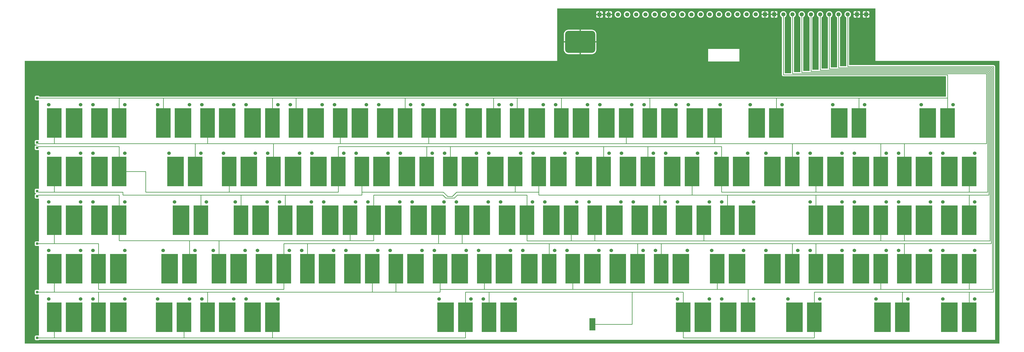
<source format=gtl>
%TF.GenerationSoftware,KiCad,Pcbnew,7.0.7*%
%TF.CreationDate,2023-10-06T16:16:01-07:00*%
%TF.ProjectId,XTay,58546179-2e6b-4696-9361-645f70636258,rev?*%
%TF.SameCoordinates,Original*%
%TF.FileFunction,Copper,L1,Top*%
%TF.FilePolarity,Positive*%
%FSLAX46Y46*%
G04 Gerber Fmt 4.6, Leading zero omitted, Abs format (unit mm)*
G04 Created by KiCad (PCBNEW 7.0.7) date 2023-10-06 16:16:01*
%MOMM*%
%LPD*%
G01*
G04 APERTURE LIST*
G04 Aperture macros list*
%AMRoundRect*
0 Rectangle with rounded corners*
0 $1 Rounding radius*
0 $2 $3 $4 $5 $6 $7 $8 $9 X,Y pos of 4 corners*
0 Add a 4 corners polygon primitive as box body*
4,1,4,$2,$3,$4,$5,$6,$7,$8,$9,$2,$3,0*
0 Add four circle primitives for the rounded corners*
1,1,$1+$1,$2,$3*
1,1,$1+$1,$4,$5*
1,1,$1+$1,$6,$7*
1,1,$1+$1,$8,$9*
0 Add four rect primitives between the rounded corners*
20,1,$1+$1,$2,$3,$4,$5,0*
20,1,$1+$1,$4,$5,$6,$7,0*
20,1,$1+$1,$6,$7,$8,$9,0*
20,1,$1+$1,$8,$9,$2,$3,0*%
G04 Aperture macros list end*
%TA.AperFunction,SMDPad,CuDef*%
%ADD10R,7.112000X12.700000*%
%TD*%
%TA.AperFunction,SMDPad,CuDef*%
%ADD11R,6.350000X12.700000*%
%TD*%
%TA.AperFunction,SMDPad,CuDef*%
%ADD12C,1.524000*%
%TD*%
%TA.AperFunction,ComponentPad*%
%ADD13RoundRect,1.500000X-5.000000X-3.250000X5.000000X-3.250000X5.000000X3.250000X-5.000000X3.250000X0*%
%TD*%
%TA.AperFunction,SMDPad,CuDef*%
%ADD14R,2.540000X5.334000*%
%TD*%
%TA.AperFunction,SMDPad,CuDef*%
%ADD15R,1.000000X1.000000*%
%TD*%
%TA.AperFunction,ComponentPad*%
%ADD16R,1.800000X1.800000*%
%TD*%
%TA.AperFunction,ComponentPad*%
%ADD17C,1.800000*%
%TD*%
%TA.AperFunction,Conductor*%
%ADD18C,0.254000*%
%TD*%
%TA.AperFunction,Profile*%
%ADD19C,0.100000*%
%TD*%
G04 APERTURE END LIST*
D10*
%TO.P,SW94,REF*%
%TO.N,N/C*%
X403024000Y-150460000D03*
D11*
%TO.P,SW94,ROW,ROW*%
%TO.N,ROW_7*%
X394515000Y-150460000D03*
D12*
%TO.P,SW94,X*%
%TO.N,N/C*%
X392102000Y-142586000D03*
%TO.P,SW94,Y*%
X405818000Y-142586000D03*
%TD*%
D10*
%TO.P,SW90,REF*%
%TO.N,N/C*%
X403024000Y-192320000D03*
D11*
%TO.P,SW90,ROW,ROW*%
%TO.N,ROW_3*%
X394515000Y-192320000D03*
D12*
%TO.P,SW90,X*%
%TO.N,N/C*%
X392102000Y-184446000D03*
%TO.P,SW90,Y*%
X405818000Y-184446000D03*
%TD*%
D10*
%TO.P,SW47,REF*%
%TO.N,N/C*%
X198134000Y-129530000D03*
D11*
%TO.P,SW47,ROW,ROW*%
%TO.N,ROW_7*%
X189625000Y-129530000D03*
D12*
%TO.P,SW47,X*%
%TO.N,N/C*%
X187212000Y-121656000D03*
%TO.P,SW47,Y*%
X200928000Y-121656000D03*
%TD*%
D13*
%TO.P,H1,1,1*%
%TO.N,GND*%
X254910000Y-94590000D03*
%TD*%
D14*
%TO.P,CAL1,ROW,ROW*%
%TO.N,ROW_1*%
X260224000Y-216298000D03*
%TD*%
D10*
%TO.P,SW76,REF*%
%TO.N,N/C*%
X326824000Y-171390000D03*
D11*
%TO.P,SW76,ROW,ROW*%
%TO.N,ROW_5*%
X318315000Y-171390000D03*
D12*
%TO.P,SW76,X*%
%TO.N,N/C*%
X315902000Y-163516000D03*
%TO.P,SW76,Y*%
X329618000Y-163516000D03*
%TD*%
D10*
%TO.P,SW87,REF*%
%TO.N,N/C*%
X366516000Y-129530000D03*
D11*
%TO.P,SW87,ROW,ROW*%
%TO.N,ROW_8*%
X375025000Y-129530000D03*
D12*
%TO.P,SW87,X*%
%TO.N,N/C*%
X377438000Y-121656000D03*
%TO.P,SW87,Y*%
X363722000Y-121656000D03*
%TD*%
D10*
%TO.P,SW71,REF*%
%TO.N,N/C*%
X293384000Y-129530000D03*
D11*
%TO.P,SW71,ROW,ROW*%
%TO.N,ROW_8*%
X284875000Y-129530000D03*
D12*
%TO.P,SW71,X*%
%TO.N,N/C*%
X282462000Y-121656000D03*
%TO.P,SW71,Y*%
X296178000Y-121656000D03*
%TD*%
D10*
%TO.P,SW60,REF*%
%TO.N,N/C*%
X280596000Y-171390000D03*
D11*
%TO.P,SW60,ROW,ROW*%
%TO.N,ROW_5*%
X289105000Y-171390000D03*
D12*
%TO.P,SW60,X*%
%TO.N,N/C*%
X291518000Y-163516000D03*
%TO.P,SW60,Y*%
X277802000Y-163516000D03*
%TD*%
D10*
%TO.P,SW44,REF*%
%TO.N,N/C*%
X223446000Y-171390000D03*
D11*
%TO.P,SW44,ROW,ROW*%
%TO.N,ROW_4*%
X231955000Y-171390000D03*
D12*
%TO.P,SW44,X*%
%TO.N,N/C*%
X234368000Y-163516000D03*
%TO.P,SW44,Y*%
X220652000Y-163516000D03*
%TD*%
D15*
%TO.P,TP8,1,1*%
%TO.N,ROW_8*%
X21000000Y-118770000D03*
%TD*%
D10*
%TO.P,SW64,REF*%
%TO.N,N/C*%
X307774000Y-213250000D03*
D11*
%TO.P,SW64,ROW,ROW*%
%TO.N,ROW_1*%
X299265000Y-213250000D03*
D12*
%TO.P,SW64,X*%
%TO.N,N/C*%
X296852000Y-205376000D03*
%TO.P,SW64,Y*%
X310568000Y-205376000D03*
%TD*%
D10*
%TO.P,SW57,REF*%
%TO.N,N/C*%
X260224000Y-192320000D03*
D11*
%TO.P,SW57,ROW,ROW*%
%TO.N,ROW_2*%
X251715000Y-192320000D03*
D12*
%TO.P,SW57,X*%
%TO.N,N/C*%
X249302000Y-184446000D03*
%TO.P,SW57,Y*%
X263018000Y-184446000D03*
%TD*%
D10*
%TO.P,SW70,REF*%
%TO.N,N/C*%
X304306000Y-129530000D03*
D11*
%TO.P,SW70,ROW,ROW*%
%TO.N,ROW_7*%
X312815000Y-129530000D03*
D12*
%TO.P,SW70,X*%
%TO.N,N/C*%
X315228000Y-121656000D03*
%TO.P,SW70,Y*%
X301512000Y-121656000D03*
%TD*%
D10*
%TO.P,SW2,REF*%
%TO.N,N/C*%
X36904000Y-192320000D03*
D11*
%TO.P,SW2,ROW,ROW*%
%TO.N,ROW_2*%
X28395000Y-192320000D03*
D12*
%TO.P,SW2,X*%
%TO.N,N/C*%
X25982000Y-184446000D03*
%TO.P,SW2,Y*%
X39698000Y-184446000D03*
%TD*%
D10*
%TO.P,SW65,REF*%
%TO.N,N/C*%
X318696000Y-213250000D03*
D11*
%TO.P,SW65,ROW,ROW*%
%TO.N,ROW_2*%
X327205000Y-213250000D03*
D12*
%TO.P,SW65,X*%
%TO.N,N/C*%
X329618000Y-205376000D03*
%TO.P,SW65,Y*%
X315902000Y-205376000D03*
%TD*%
D10*
%TO.P,SW22,REF*%
%TO.N,N/C*%
X112224000Y-150460000D03*
D11*
%TO.P,SW22,ROW,ROW*%
%TO.N,ROW_6*%
X103715000Y-150460000D03*
D12*
%TO.P,SW22,X*%
%TO.N,N/C*%
X101302000Y-142586000D03*
%TO.P,SW22,Y*%
X115018000Y-142586000D03*
%TD*%
D10*
%TO.P,SW29,REF*%
%TO.N,N/C*%
X136324000Y-171390000D03*
D11*
%TO.P,SW29,ROW,ROW*%
%TO.N,ROW_5*%
X127815000Y-171390000D03*
D12*
%TO.P,SW29,X*%
%TO.N,N/C*%
X125402000Y-163516000D03*
%TO.P,SW29,Y*%
X139118000Y-163516000D03*
%TD*%
D10*
%TO.P,SW63,REF*%
%TO.N,N/C*%
X255284000Y-129530000D03*
D11*
%TO.P,SW63,ROW,ROW*%
%TO.N,ROW_8*%
X246775000Y-129530000D03*
D12*
%TO.P,SW63,X*%
%TO.N,N/C*%
X244362000Y-121656000D03*
%TO.P,SW63,Y*%
X258078000Y-121656000D03*
%TD*%
D15*
%TO.P,TP1,1,1*%
%TO.N,ROW_1*%
X21000000Y-222130000D03*
%TD*%
D10*
%TO.P,SW20,REF*%
%TO.N,N/C*%
X107824000Y-192320000D03*
D11*
%TO.P,SW20,ROW,ROW*%
%TO.N,ROW_4*%
X99315000Y-192320000D03*
D12*
%TO.P,SW20,X*%
%TO.N,N/C*%
X96902000Y-184446000D03*
%TO.P,SW20,Y*%
X110618000Y-184446000D03*
%TD*%
D10*
%TO.P,SW10,REF*%
%TO.N,N/C*%
X55954000Y-213250000D03*
D11*
%TO.P,SW10,ROW,ROW*%
%TO.N,ROW_2*%
X47445000Y-213250000D03*
D12*
%TO.P,SW10,X*%
%TO.N,N/C*%
X45032000Y-205376000D03*
%TO.P,SW10,Y*%
X58748000Y-205376000D03*
%TD*%
D10*
%TO.P,SW4,REF*%
%TO.N,N/C*%
X47826000Y-171390000D03*
D11*
%TO.P,SW4,ROW,ROW*%
%TO.N,ROW_4*%
X56335000Y-171390000D03*
D12*
%TO.P,SW4,X*%
%TO.N,N/C*%
X58748000Y-163516000D03*
%TO.P,SW4,Y*%
X45032000Y-163516000D03*
%TD*%
D10*
%TO.P,SW8,REF*%
%TO.N,N/C*%
X47826000Y-129530000D03*
D11*
%TO.P,SW8,ROW,ROW*%
%TO.N,ROW_8*%
X56335000Y-129530000D03*
D12*
%TO.P,SW8,X*%
%TO.N,N/C*%
X58748000Y-121656000D03*
%TO.P,SW8,Y*%
X45032000Y-121656000D03*
%TD*%
D10*
%TO.P,SW82,REF*%
%TO.N,N/C*%
X364924000Y-192320000D03*
D11*
%TO.P,SW82,ROW,ROW*%
%TO.N,ROW_3*%
X356415000Y-192320000D03*
D12*
%TO.P,SW82,X*%
%TO.N,N/C*%
X354002000Y-184446000D03*
%TO.P,SW82,Y*%
X367718000Y-184446000D03*
%TD*%
D10*
%TO.P,SW88,REF*%
%TO.N,N/C*%
X413946000Y-213250000D03*
D11*
%TO.P,SW88,ROW,ROW*%
%TO.N,ROW_1*%
X422455000Y-213250000D03*
D12*
%TO.P,SW88,X*%
%TO.N,N/C*%
X424868000Y-205376000D03*
%TO.P,SW88,Y*%
X411152000Y-205376000D03*
%TD*%
D10*
%TO.P,SW46,REF*%
%TO.N,N/C*%
X207474000Y-150460000D03*
D11*
%TO.P,SW46,ROW,ROW*%
%TO.N,ROW_6*%
X198965000Y-150460000D03*
D12*
%TO.P,SW46,X*%
%TO.N,N/C*%
X196552000Y-142586000D03*
%TO.P,SW46,Y*%
X210268000Y-142586000D03*
%TD*%
D10*
%TO.P,SW80,REF*%
%TO.N,N/C*%
X385156000Y-213250000D03*
D11*
%TO.P,SW80,ROW,ROW*%
%TO.N,ROW_1*%
X393665000Y-213250000D03*
D12*
%TO.P,SW80,X*%
%TO.N,N/C*%
X396078000Y-205376000D03*
%TO.P,SW80,Y*%
X382362000Y-205376000D03*
%TD*%
D10*
%TO.P,SW72,REF*%
%TO.N,N/C*%
X347256000Y-213250000D03*
D11*
%TO.P,SW72,ROW,ROW*%
%TO.N,ROW_1*%
X355765000Y-213250000D03*
D12*
%TO.P,SW72,X*%
%TO.N,N/C*%
X358178000Y-205376000D03*
%TO.P,SW72,Y*%
X344462000Y-205376000D03*
%TD*%
D10*
%TO.P,SW32,REF*%
%TO.N,N/C*%
X140984000Y-129530000D03*
D11*
%TO.P,SW32,ROW,ROW*%
%TO.N,ROW_8*%
X132475000Y-129530000D03*
D12*
%TO.P,SW32,X*%
%TO.N,N/C*%
X130062000Y-121656000D03*
%TO.P,SW32,Y*%
X143778000Y-121656000D03*
%TD*%
D10*
%TO.P,SW54,REF*%
%TO.N,N/C*%
X256496000Y-150460000D03*
D11*
%TO.P,SW54,ROW,ROW*%
%TO.N,ROW_6*%
X265005000Y-150460000D03*
D12*
%TO.P,SW54,X*%
%TO.N,N/C*%
X267418000Y-142586000D03*
%TO.P,SW54,Y*%
X253702000Y-142586000D03*
%TD*%
D10*
%TO.P,SW74,REF*%
%TO.N,N/C*%
X337746000Y-192320000D03*
D11*
%TO.P,SW74,ROW,ROW*%
%TO.N,ROW_3*%
X346255000Y-192320000D03*
D12*
%TO.P,SW74,X*%
%TO.N,N/C*%
X348668000Y-184446000D03*
%TO.P,SW74,Y*%
X334952000Y-184446000D03*
%TD*%
D10*
%TO.P,SW15,REF*%
%TO.N,N/C*%
X80606000Y-150460000D03*
D11*
%TO.P,SW15,ROW,ROW*%
%TO.N,ROW_7*%
X89115000Y-150460000D03*
D12*
%TO.P,SW15,X*%
%TO.N,N/C*%
X91528000Y-142586000D03*
%TO.P,SW15,Y*%
X77812000Y-142586000D03*
%TD*%
D10*
%TO.P,SW67,REF*%
%TO.N,N/C*%
X299646000Y-171390000D03*
D11*
%TO.P,SW67,ROW,ROW*%
%TO.N,ROW_4*%
X308155000Y-171390000D03*
D12*
%TO.P,SW67,X*%
%TO.N,N/C*%
X310568000Y-163516000D03*
%TO.P,SW67,Y*%
X296852000Y-163516000D03*
%TD*%
D10*
%TO.P,SW30,REF*%
%TO.N,N/C*%
X142196000Y-150460000D03*
D11*
%TO.P,SW30,ROW,ROW*%
%TO.N,ROW_6*%
X150705000Y-150460000D03*
D12*
%TO.P,SW30,X*%
%TO.N,N/C*%
X153118000Y-142586000D03*
%TO.P,SW30,Y*%
X139402000Y-142586000D03*
%TD*%
D10*
%TO.P,SW6,REF*%
%TO.N,N/C*%
X47826000Y-150460000D03*
D11*
%TO.P,SW6,ROW,ROW*%
%TO.N,ROW_6*%
X56335000Y-150460000D03*
D12*
%TO.P,SW6,X*%
%TO.N,N/C*%
X58748000Y-142586000D03*
%TO.P,SW6,Y*%
X45032000Y-142586000D03*
%TD*%
D10*
%TO.P,SW3,REF*%
%TO.N,N/C*%
X36904000Y-171390000D03*
D11*
%TO.P,SW3,ROW,ROW*%
%TO.N,ROW_3*%
X28395000Y-171390000D03*
D12*
%TO.P,SW3,X*%
%TO.N,N/C*%
X25982000Y-163516000D03*
%TO.P,SW3,Y*%
X39698000Y-163516000D03*
%TD*%
D15*
%TO.P,TP7,1,1*%
%TO.N,ROW_7*%
X21000000Y-137900000D03*
%TD*%
D10*
%TO.P,SW50,REF*%
%TO.N,N/C*%
X222124000Y-192320000D03*
D11*
%TO.P,SW50,ROW,ROW*%
%TO.N,ROW_2*%
X213615000Y-192320000D03*
D12*
%TO.P,SW50,X*%
%TO.N,N/C*%
X211202000Y-184446000D03*
%TO.P,SW50,Y*%
X224918000Y-184446000D03*
%TD*%
D10*
%TO.P,SW11,REF*%
%TO.N,N/C*%
X55954000Y-192320000D03*
D11*
%TO.P,SW11,ROW,ROW*%
%TO.N,ROW_3*%
X47445000Y-192320000D03*
D12*
%TO.P,SW11,X*%
%TO.N,N/C*%
X45032000Y-184446000D03*
%TO.P,SW11,Y*%
X58748000Y-184446000D03*
%TD*%
D15*
%TO.P,TP5,1,1*%
%TO.N,ROW_5*%
X21000000Y-158860000D03*
%TD*%
D10*
%TO.P,SW41,REF*%
%TO.N,N/C*%
X196956000Y-213250000D03*
D11*
%TO.P,SW41,ROW,ROW*%
%TO.N,ROW_1*%
X205465000Y-213250000D03*
D12*
%TO.P,SW41,X*%
%TO.N,N/C*%
X207878000Y-205376000D03*
%TO.P,SW41,Y*%
X194162000Y-205376000D03*
%TD*%
D10*
%TO.P,SW43,REF*%
%TO.N,N/C*%
X212524000Y-171390000D03*
D11*
%TO.P,SW43,ROW,ROW*%
%TO.N,ROW_3*%
X204015000Y-171390000D03*
D12*
%TO.P,SW43,X*%
%TO.N,N/C*%
X201602000Y-163516000D03*
%TO.P,SW43,Y*%
X215318000Y-163516000D03*
%TD*%
D10*
%TO.P,SW40,REF*%
%TO.N,N/C*%
X170956000Y-129530000D03*
D11*
%TO.P,SW40,ROW,ROW*%
%TO.N,ROW_8*%
X179465000Y-129530000D03*
D12*
%TO.P,SW40,X*%
%TO.N,N/C*%
X181878000Y-121656000D03*
%TO.P,SW40,Y*%
X168162000Y-121656000D03*
%TD*%
D10*
%TO.P,SW61,REF*%
%TO.N,N/C*%
X275546000Y-150460000D03*
D11*
%TO.P,SW61,ROW,ROW*%
%TO.N,ROW_6*%
X284055000Y-150460000D03*
D12*
%TO.P,SW61,X*%
%TO.N,N/C*%
X286468000Y-142586000D03*
%TO.P,SW61,Y*%
X272752000Y-142586000D03*
%TD*%
D10*
%TO.P,SW31,REF*%
%TO.N,N/C*%
X131274000Y-150460000D03*
D11*
%TO.P,SW31,ROW,ROW*%
%TO.N,ROW_7*%
X122765000Y-150460000D03*
D12*
%TO.P,SW31,X*%
%TO.N,N/C*%
X120352000Y-142586000D03*
%TO.P,SW31,Y*%
X134068000Y-142586000D03*
%TD*%
D15*
%TO.P,TP6,1,1*%
%TO.N,ROW_6*%
X21000000Y-140170000D03*
%TD*%
D10*
%TO.P,SW95,REF*%
%TO.N,N/C*%
X404636000Y-129530000D03*
D11*
%TO.P,SW95,ROW,ROW*%
%TO.N,ROW_8*%
X413145000Y-129530000D03*
D12*
%TO.P,SW95,X*%
%TO.N,N/C*%
X415558000Y-121656000D03*
%TO.P,SW95,Y*%
X401842000Y-121656000D03*
%TD*%
D10*
%TO.P,SW34,REF*%
%TO.N,N/C*%
X184024000Y-192320000D03*
D11*
%TO.P,SW34,ROW,ROW*%
%TO.N,ROW_2*%
X175515000Y-192320000D03*
D12*
%TO.P,SW34,X*%
%TO.N,N/C*%
X173102000Y-184446000D03*
%TO.P,SW34,Y*%
X186818000Y-184446000D03*
%TD*%
D10*
%TO.P,SW93,REF*%
%TO.N,N/C*%
X413946000Y-150460000D03*
D11*
%TO.P,SW93,ROW,ROW*%
%TO.N,ROW_6*%
X422455000Y-150460000D03*
D12*
%TO.P,SW93,X*%
%TO.N,N/C*%
X424868000Y-142586000D03*
%TO.P,SW93,Y*%
X411152000Y-142586000D03*
%TD*%
D10*
%TO.P,SW24,REF*%
%TO.N,N/C*%
X113806000Y-129530000D03*
D11*
%TO.P,SW24,ROW,ROW*%
%TO.N,ROW_8*%
X122315000Y-129530000D03*
D12*
%TO.P,SW24,X*%
%TO.N,N/C*%
X124728000Y-121656000D03*
%TO.P,SW24,Y*%
X111012000Y-121656000D03*
%TD*%
D10*
%TO.P,SW17,REF*%
%TO.N,N/C*%
X113806000Y-213250000D03*
D11*
%TO.P,SW17,ROW,ROW*%
%TO.N,ROW_1*%
X122315000Y-213250000D03*
D12*
%TO.P,SW17,X*%
%TO.N,N/C*%
X124728000Y-205376000D03*
%TO.P,SW17,Y*%
X111012000Y-205376000D03*
%TD*%
D10*
%TO.P,SW27,REF*%
%TO.N,N/C*%
X145924000Y-192320000D03*
D11*
%TO.P,SW27,ROW,ROW*%
%TO.N,ROW_3*%
X137415000Y-192320000D03*
D12*
%TO.P,SW27,X*%
%TO.N,N/C*%
X135002000Y-184446000D03*
%TO.P,SW27,Y*%
X148718000Y-184446000D03*
%TD*%
D10*
%TO.P,SW92,REF*%
%TO.N,N/C*%
X413946000Y-171390000D03*
D11*
%TO.P,SW92,ROW,ROW*%
%TO.N,ROW_5*%
X422455000Y-171390000D03*
D12*
%TO.P,SW92,X*%
%TO.N,N/C*%
X424868000Y-163516000D03*
%TO.P,SW92,Y*%
X411152000Y-163516000D03*
%TD*%
D10*
%TO.P,SW36,REF*%
%TO.N,N/C*%
X174424000Y-171390000D03*
D11*
%TO.P,SW36,ROW,ROW*%
%TO.N,ROW_4*%
X165915000Y-171390000D03*
D12*
%TO.P,SW36,X*%
%TO.N,N/C*%
X163502000Y-163516000D03*
%TO.P,SW36,Y*%
X177218000Y-163516000D03*
%TD*%
D10*
%TO.P,SW59,REF*%
%TO.N,N/C*%
X269674000Y-171390000D03*
D11*
%TO.P,SW59,ROW,ROW*%
%TO.N,ROW_4*%
X261165000Y-171390000D03*
D12*
%TO.P,SW59,X*%
%TO.N,N/C*%
X258752000Y-163516000D03*
%TO.P,SW59,Y*%
X272468000Y-163516000D03*
%TD*%
D16*
%TO.P,J1,1,GND*%
%TO.N,GND*%
X378090000Y-82725000D03*
%TO.P,J1,2,GND*%
X374130000Y-82725000D03*
D17*
%TO.P,J1,3,ROW_1*%
%TO.N,ROW_1*%
X370170000Y-82725000D03*
%TO.P,J1,4,ROW_2*%
%TO.N,ROW_2*%
X366210000Y-82725000D03*
%TO.P,J1,5,ROW_3*%
%TO.N,ROW_3*%
X362250000Y-82725000D03*
%TO.P,J1,6,ROW_4*%
%TO.N,ROW_4*%
X358290000Y-82725000D03*
%TO.P,J1,7,ROW_5*%
%TO.N,ROW_5*%
X354330000Y-82725000D03*
%TO.P,J1,8,ROW_6*%
%TO.N,ROW_6*%
X350370000Y-82725000D03*
%TO.P,J1,9,ROW_7*%
%TO.N,ROW_7*%
X346410000Y-82725000D03*
%TO.P,J1,10,ROW_8*%
%TO.N,ROW_8*%
X342450000Y-82725000D03*
D16*
%TO.P,J1,11,GND*%
%TO.N,GND*%
X338490000Y-82725000D03*
%TO.P,J1,12,GND*%
X334530000Y-82725000D03*
D17*
%TO.P,J1,13,COL_G*%
%TO.N,COL_C*%
X330570000Y-82725000D03*
%TO.P,J1,14,COL_F*%
%TO.N,COL_B*%
X326610000Y-82725000D03*
%TO.P,J1,15,COL_E*%
%TO.N,COL_A*%
X322650000Y-82725000D03*
%TO.P,J1,16,COL_D*%
%TO.N,COL_9*%
X318690000Y-82725000D03*
%TO.P,J1,17,COL_C*%
%TO.N,COL_8*%
X314730000Y-82725000D03*
%TO.P,J1,18,COL_B*%
%TO.N,COL_7*%
X310770000Y-82725000D03*
%TO.P,J1,19,COL_A*%
%TO.N,COL_6*%
X306810000Y-82725000D03*
%TO.P,J1,20,COL_9*%
%TO.N,COL_5*%
X302850000Y-82755000D03*
%TO.P,J1,21,COL_8*%
%TO.N,COL_4*%
X298890000Y-82755000D03*
%TO.P,J1,22,COL_7*%
%TO.N,COL_3*%
X294930000Y-82755000D03*
%TO.P,J1,23,COL_6*%
%TO.N,COL_2*%
X290970000Y-82755000D03*
%TO.P,J1,24,COL_5*%
%TO.N,COL_1*%
X287010000Y-82755000D03*
%TO.P,J1,25,COL_4*%
%TO.N,COL_G*%
X283050000Y-82755000D03*
%TO.P,J1,26,COL_3*%
%TO.N,COL_F*%
X279090000Y-82755000D03*
%TO.P,J1,27,COL_2*%
%TO.N,COL_E*%
X275130000Y-82755000D03*
%TO.P,J1,28,COL_1*%
%TO.N,COL_D*%
X271170000Y-82755000D03*
D16*
%TO.P,J1,29,GND*%
%TO.N,GND*%
X267210000Y-82755000D03*
%TO.P,J1,30,GND*%
X263250000Y-82755000D03*
%TD*%
D10*
%TO.P,SW56,REF*%
%TO.N,N/C*%
X236234000Y-129530000D03*
D11*
%TO.P,SW56,ROW,ROW*%
%TO.N,ROW_8*%
X227725000Y-129530000D03*
D12*
%TO.P,SW56,X*%
%TO.N,N/C*%
X225312000Y-121656000D03*
%TO.P,SW56,Y*%
X239028000Y-121656000D03*
%TD*%
D10*
%TO.P,SW79,REF*%
%TO.N,N/C*%
X330956000Y-129530000D03*
D11*
%TO.P,SW79,ROW,ROW*%
%TO.N,ROW_8*%
X339465000Y-129530000D03*
D12*
%TO.P,SW79,X*%
%TO.N,N/C*%
X341878000Y-121656000D03*
%TO.P,SW79,Y*%
X328162000Y-121656000D03*
%TD*%
D10*
%TO.P,SW81,REF*%
%TO.N,N/C*%
X375846000Y-192320000D03*
D11*
%TO.P,SW81,ROW,ROW*%
%TO.N,ROW_2*%
X384355000Y-192320000D03*
D12*
%TO.P,SW81,X*%
%TO.N,N/C*%
X386768000Y-184446000D03*
%TO.P,SW81,Y*%
X373052000Y-184446000D03*
%TD*%
D10*
%TO.P,SW66,REF*%
%TO.N,N/C*%
X298324000Y-192320000D03*
D11*
%TO.P,SW66,ROW,ROW*%
%TO.N,ROW_3*%
X289815000Y-192320000D03*
D12*
%TO.P,SW66,X*%
%TO.N,N/C*%
X287402000Y-184446000D03*
%TO.P,SW66,Y*%
X301118000Y-184446000D03*
%TD*%
D10*
%TO.P,SW37,REF*%
%TO.N,N/C*%
X169374000Y-150460000D03*
D11*
%TO.P,SW37,ROW,ROW*%
%TO.N,ROW_5*%
X160865000Y-150460000D03*
D12*
%TO.P,SW37,X*%
%TO.N,N/C*%
X158452000Y-142586000D03*
%TO.P,SW37,Y*%
X172168000Y-142586000D03*
%TD*%
D10*
%TO.P,SW78,REF*%
%TO.N,N/C*%
X337746000Y-150460000D03*
D11*
%TO.P,SW78,ROW,ROW*%
%TO.N,ROW_7*%
X346255000Y-150460000D03*
D12*
%TO.P,SW78,X*%
%TO.N,N/C*%
X348668000Y-142586000D03*
%TO.P,SW78,Y*%
X334952000Y-142586000D03*
%TD*%
D10*
%TO.P,SW13,REF*%
%TO.N,N/C*%
X82996000Y-171390000D03*
D11*
%TO.P,SW13,ROW,ROW*%
%TO.N,ROW_5*%
X91505000Y-171390000D03*
D12*
%TO.P,SW13,X*%
%TO.N,N/C*%
X93918000Y-163516000D03*
%TO.P,SW13,Y*%
X80202000Y-163516000D03*
%TD*%
D10*
%TO.P,SW77,REF*%
%TO.N,N/C*%
X324294000Y-150460000D03*
D11*
%TO.P,SW77,ROW,ROW*%
%TO.N,ROW_6*%
X315785000Y-150460000D03*
D12*
%TO.P,SW77,X*%
%TO.N,N/C*%
X313372000Y-142586000D03*
%TO.P,SW77,Y*%
X327088000Y-142586000D03*
%TD*%
D10*
%TO.P,SW18,REF*%
%TO.N,N/C*%
X102884000Y-213250000D03*
D11*
%TO.P,SW18,ROW,ROW*%
%TO.N,ROW_2*%
X94375000Y-213250000D03*
D12*
%TO.P,SW18,X*%
%TO.N,N/C*%
X91962000Y-205376000D03*
%TO.P,SW18,Y*%
X105678000Y-205376000D03*
%TD*%
D10*
%TO.P,SW51,REF*%
%TO.N,N/C*%
X233046000Y-192320000D03*
D11*
%TO.P,SW51,ROW,ROW*%
%TO.N,ROW_3*%
X241555000Y-192320000D03*
D12*
%TO.P,SW51,X*%
%TO.N,N/C*%
X243968000Y-184446000D03*
%TO.P,SW51,Y*%
X230252000Y-184446000D03*
%TD*%
D10*
%TO.P,SW12,REF*%
%TO.N,N/C*%
X78086000Y-192320000D03*
D11*
%TO.P,SW12,ROW,ROW*%
%TO.N,ROW_4*%
X86595000Y-192320000D03*
D12*
%TO.P,SW12,X*%
%TO.N,N/C*%
X89008000Y-184446000D03*
%TO.P,SW12,Y*%
X75292000Y-184446000D03*
%TD*%
D10*
%TO.P,SW62,REF*%
%TO.N,N/C*%
X266206000Y-129530000D03*
D11*
%TO.P,SW62,ROW,ROW*%
%TO.N,ROW_7*%
X274715000Y-129530000D03*
D12*
%TO.P,SW62,X*%
%TO.N,N/C*%
X277128000Y-121656000D03*
%TO.P,SW62,Y*%
X263412000Y-121656000D03*
%TD*%
D10*
%TO.P,SW42,REF*%
%TO.N,N/C*%
X203074000Y-192320000D03*
D11*
%TO.P,SW42,ROW,ROW*%
%TO.N,ROW_2*%
X194565000Y-192320000D03*
D12*
%TO.P,SW42,X*%
%TO.N,N/C*%
X192152000Y-184446000D03*
%TO.P,SW42,Y*%
X205868000Y-184446000D03*
%TD*%
D10*
%TO.P,SW9,REF*%
%TO.N,N/C*%
X75706000Y-213250000D03*
D11*
%TO.P,SW9,ROW,ROW*%
%TO.N,ROW_1*%
X84215000Y-213250000D03*
D12*
%TO.P,SW9,X*%
%TO.N,N/C*%
X86628000Y-205376000D03*
%TO.P,SW9,Y*%
X72912000Y-205376000D03*
%TD*%
D10*
%TO.P,SW84,REF*%
%TO.N,N/C*%
X364924000Y-171390000D03*
D11*
%TO.P,SW84,ROW,ROW*%
%TO.N,ROW_5*%
X356415000Y-171390000D03*
D12*
%TO.P,SW84,X*%
%TO.N,N/C*%
X354002000Y-163516000D03*
%TO.P,SW84,Y*%
X367718000Y-163516000D03*
%TD*%
D10*
%TO.P,SW39,REF*%
%TO.N,N/C*%
X160034000Y-129530000D03*
D11*
%TO.P,SW39,ROW,ROW*%
%TO.N,ROW_7*%
X151525000Y-129530000D03*
D12*
%TO.P,SW39,X*%
%TO.N,N/C*%
X149112000Y-121656000D03*
%TO.P,SW39,Y*%
X162828000Y-121656000D03*
%TD*%
D10*
%TO.P,SW21,REF*%
%TO.N,N/C*%
X117274000Y-171390000D03*
D11*
%TO.P,SW21,ROW,ROW*%
%TO.N,ROW_5*%
X108765000Y-171390000D03*
D12*
%TO.P,SW21,X*%
%TO.N,N/C*%
X106352000Y-163516000D03*
%TO.P,SW21,Y*%
X120068000Y-163516000D03*
%TD*%
D15*
%TO.P,TP4,1,1*%
%TO.N,ROW_4*%
X21000000Y-161090000D03*
%TD*%
D10*
%TO.P,SW48,REF*%
%TO.N,N/C*%
X209056000Y-129530000D03*
D11*
%TO.P,SW48,ROW,ROW*%
%TO.N,ROW_8*%
X217565000Y-129530000D03*
D12*
%TO.P,SW48,X*%
%TO.N,N/C*%
X219978000Y-121656000D03*
%TO.P,SW48,Y*%
X206262000Y-121656000D03*
%TD*%
D10*
%TO.P,SW85,REF*%
%TO.N,N/C*%
X364924000Y-150460000D03*
D11*
%TO.P,SW85,ROW,ROW*%
%TO.N,ROW_6*%
X356415000Y-150460000D03*
D12*
%TO.P,SW85,X*%
%TO.N,N/C*%
X354002000Y-142586000D03*
%TO.P,SW85,Y*%
X367718000Y-142586000D03*
%TD*%
D10*
%TO.P,SW7,REF*%
%TO.N,N/C*%
X36904000Y-129530000D03*
D11*
%TO.P,SW7,ROW,ROW*%
%TO.N,ROW_7*%
X28395000Y-129530000D03*
D12*
%TO.P,SW7,X*%
%TO.N,N/C*%
X25982000Y-121656000D03*
%TO.P,SW7,Y*%
X39698000Y-121656000D03*
%TD*%
D10*
%TO.P,SW28,REF*%
%TO.N,N/C*%
X147246000Y-171390000D03*
D11*
%TO.P,SW28,ROW,ROW*%
%TO.N,ROW_4*%
X155755000Y-171390000D03*
D12*
%TO.P,SW28,X*%
%TO.N,N/C*%
X158168000Y-163516000D03*
%TO.P,SW28,Y*%
X144452000Y-163516000D03*
%TD*%
D15*
%TO.P,TP2,1,1*%
%TO.N,ROW_2*%
X21000000Y-202440000D03*
%TD*%
D10*
%TO.P,SW16,REF*%
%TO.N,N/C*%
X83834000Y-129530000D03*
D11*
%TO.P,SW16,ROW,ROW*%
%TO.N,ROW_8*%
X75325000Y-129530000D03*
D12*
%TO.P,SW16,X*%
%TO.N,N/C*%
X72912000Y-121656000D03*
%TO.P,SW16,Y*%
X86628000Y-121656000D03*
%TD*%
D10*
%TO.P,SW52,REF*%
%TO.N,N/C*%
X242496000Y-171390000D03*
D11*
%TO.P,SW52,ROW,ROW*%
%TO.N,ROW_4*%
X251005000Y-171390000D03*
D12*
%TO.P,SW52,X*%
%TO.N,N/C*%
X253418000Y-163516000D03*
%TO.P,SW52,Y*%
X239702000Y-163516000D03*
%TD*%
D15*
%TO.P,TP3,1,1*%
%TO.N,ROW_3*%
X21000000Y-181540000D03*
%TD*%
D10*
%TO.P,SW23,REF*%
%TO.N,N/C*%
X102884000Y-129530000D03*
D11*
%TO.P,SW23,ROW,ROW*%
%TO.N,ROW_7*%
X94375000Y-129530000D03*
D12*
%TO.P,SW23,X*%
%TO.N,N/C*%
X91962000Y-121656000D03*
%TO.P,SW23,Y*%
X105678000Y-121656000D03*
%TD*%
D10*
%TO.P,SW53,REF*%
%TO.N,N/C*%
X245574000Y-150460000D03*
D11*
%TO.P,SW53,ROW,ROW*%
%TO.N,ROW_5*%
X237065000Y-150460000D03*
D12*
%TO.P,SW53,X*%
%TO.N,N/C*%
X234652000Y-142586000D03*
%TO.P,SW53,Y*%
X248368000Y-142586000D03*
%TD*%
D10*
%TO.P,SW89,REF*%
%TO.N,N/C*%
X413946000Y-192320000D03*
D11*
%TO.P,SW89,ROW,ROW*%
%TO.N,ROW_2*%
X422455000Y-192320000D03*
D12*
%TO.P,SW89,X*%
%TO.N,N/C*%
X424868000Y-184446000D03*
%TO.P,SW89,Y*%
X411152000Y-184446000D03*
%TD*%
D10*
%TO.P,SW5,REF*%
%TO.N,N/C*%
X36904000Y-150460000D03*
D11*
%TO.P,SW5,ROW,ROW*%
%TO.N,ROW_5*%
X28395000Y-150460000D03*
D12*
%TO.P,SW5,X*%
%TO.N,N/C*%
X25982000Y-142586000D03*
%TO.P,SW5,Y*%
X39698000Y-142586000D03*
%TD*%
D10*
%TO.P,SW49,REF*%
%TO.N,N/C*%
X224134000Y-213250000D03*
D11*
%TO.P,SW49,ROW,ROW*%
%TO.N,ROW_1*%
X215625000Y-213250000D03*
D12*
%TO.P,SW49,X*%
%TO.N,N/C*%
X213212000Y-205376000D03*
%TO.P,SW49,Y*%
X226928000Y-205376000D03*
%TD*%
D10*
%TO.P,SW58,REF*%
%TO.N,N/C*%
X271146000Y-192320000D03*
D11*
%TO.P,SW58,ROW,ROW*%
%TO.N,ROW_3*%
X279655000Y-192320000D03*
D12*
%TO.P,SW58,X*%
%TO.N,N/C*%
X282068000Y-184446000D03*
%TO.P,SW58,Y*%
X268352000Y-184446000D03*
%TD*%
D10*
%TO.P,SW1,REF*%
%TO.N,N/C*%
X36904000Y-213250000D03*
D11*
%TO.P,SW1,ROW,ROW*%
%TO.N,ROW_1*%
X28395000Y-213250000D03*
D12*
%TO.P,SW1,X*%
%TO.N,N/C*%
X25982000Y-205376000D03*
%TO.P,SW1,Y*%
X39698000Y-205376000D03*
%TD*%
D10*
%TO.P,SW19,REF*%
%TO.N,N/C*%
X118746000Y-192320000D03*
D11*
%TO.P,SW19,ROW,ROW*%
%TO.N,ROW_3*%
X127255000Y-192320000D03*
D12*
%TO.P,SW19,X*%
%TO.N,N/C*%
X129668000Y-184446000D03*
%TO.P,SW19,Y*%
X115952000Y-184446000D03*
%TD*%
D10*
%TO.P,SW68,REF*%
%TO.N,N/C*%
X294596000Y-150460000D03*
D11*
%TO.P,SW68,ROW,ROW*%
%TO.N,ROW_5*%
X303105000Y-150460000D03*
D12*
%TO.P,SW68,X*%
%TO.N,N/C*%
X305518000Y-142586000D03*
%TO.P,SW68,Y*%
X291802000Y-142586000D03*
%TD*%
D10*
%TO.P,SW91,REF*%
%TO.N,N/C*%
X403024000Y-171390000D03*
D11*
%TO.P,SW91,ROW,ROW*%
%TO.N,ROW_4*%
X394515000Y-171390000D03*
D12*
%TO.P,SW91,X*%
%TO.N,N/C*%
X392102000Y-163516000D03*
%TO.P,SW91,Y*%
X405818000Y-163516000D03*
%TD*%
D10*
%TO.P,SW83,REF*%
%TO.N,N/C*%
X375846000Y-171390000D03*
D11*
%TO.P,SW83,ROW,ROW*%
%TO.N,ROW_4*%
X384355000Y-171390000D03*
D12*
%TO.P,SW83,X*%
%TO.N,N/C*%
X386768000Y-163516000D03*
%TO.P,SW83,Y*%
X373052000Y-163516000D03*
%TD*%
D10*
%TO.P,SW38,REF*%
%TO.N,N/C*%
X180296000Y-150460000D03*
D11*
%TO.P,SW38,ROW,ROW*%
%TO.N,ROW_6*%
X188805000Y-150460000D03*
D12*
%TO.P,SW38,X*%
%TO.N,N/C*%
X191218000Y-142586000D03*
%TO.P,SW38,Y*%
X177502000Y-142586000D03*
%TD*%
D10*
%TO.P,SW86,REF*%
%TO.N,N/C*%
X375846000Y-150460000D03*
D11*
%TO.P,SW86,ROW,ROW*%
%TO.N,ROW_7*%
X384355000Y-150460000D03*
D12*
%TO.P,SW86,X*%
%TO.N,N/C*%
X386768000Y-142586000D03*
%TO.P,SW86,Y*%
X373052000Y-142586000D03*
%TD*%
D10*
%TO.P,SW26,REF*%
%TO.N,N/C*%
X156846000Y-192320000D03*
D11*
%TO.P,SW26,ROW,ROW*%
%TO.N,ROW_2*%
X165355000Y-192320000D03*
D12*
%TO.P,SW26,X*%
%TO.N,N/C*%
X167768000Y-184446000D03*
%TO.P,SW26,Y*%
X154052000Y-184446000D03*
%TD*%
D10*
%TO.P,SW45,REF*%
%TO.N,N/C*%
X218396000Y-150460000D03*
D11*
%TO.P,SW45,ROW,ROW*%
%TO.N,ROW_5*%
X226905000Y-150460000D03*
D12*
%TO.P,SW45,X*%
%TO.N,N/C*%
X229318000Y-142586000D03*
%TO.P,SW45,Y*%
X215602000Y-142586000D03*
%TD*%
D10*
%TO.P,SW73,REF*%
%TO.N,N/C*%
X322464000Y-192320000D03*
D11*
%TO.P,SW73,ROW,ROW*%
%TO.N,ROW_2*%
X313955000Y-192320000D03*
D12*
%TO.P,SW73,X*%
%TO.N,N/C*%
X311542000Y-184446000D03*
%TO.P,SW73,Y*%
X325258000Y-184446000D03*
%TD*%
D10*
%TO.P,SW35,REF*%
%TO.N,N/C*%
X185346000Y-171390000D03*
D11*
%TO.P,SW35,ROW,ROW*%
%TO.N,ROW_3*%
X193855000Y-171390000D03*
D12*
%TO.P,SW35,X*%
%TO.N,N/C*%
X196268000Y-163516000D03*
%TO.P,SW35,Y*%
X182552000Y-163516000D03*
%TD*%
D18*
%TO.N,ROW_1*%
X370170000Y-82725000D02*
X370170000Y-105190000D01*
X205465000Y-202445000D02*
X215625000Y-202445000D01*
X129500000Y-222130000D02*
X205470000Y-222130000D01*
X28395000Y-222125000D02*
X28390000Y-222130000D01*
X92470000Y-222130000D02*
X94350000Y-222130000D01*
X433000000Y-202440000D02*
X433000000Y-105200000D01*
X276305000Y-202445000D02*
X299245000Y-202445000D01*
X84215000Y-222125000D02*
X84210000Y-222130000D01*
X94375000Y-222105000D02*
X94350000Y-222130000D01*
X205465000Y-213250000D02*
X205465000Y-202445000D01*
X354790000Y-222130000D02*
X355760000Y-222130000D01*
X84210000Y-222130000D02*
X92470000Y-222130000D01*
X433000000Y-105200000D02*
X370160000Y-105200000D01*
X355765000Y-202455000D02*
X355780000Y-202440000D01*
X215625000Y-202445000D02*
X224525000Y-202445000D01*
X215625000Y-213250000D02*
X215625000Y-202445000D01*
X422460000Y-202440000D02*
X395410000Y-202440000D01*
X29380000Y-222130000D02*
X84210000Y-222130000D01*
X84215000Y-213250000D02*
X84215000Y-222125000D01*
X355765000Y-222125000D02*
X355760000Y-222130000D01*
X370170000Y-105190000D02*
X370160000Y-105200000D01*
X224525000Y-202445000D02*
X232485000Y-202445000D01*
X395410000Y-202440000D02*
X394620000Y-202440000D01*
X224515000Y-202455000D02*
X224525000Y-202445000D01*
X205465000Y-213250000D02*
X205465000Y-222125000D01*
X355765000Y-213250000D02*
X355765000Y-202455000D01*
X122315000Y-213250000D02*
X122315000Y-222125000D01*
X232485000Y-202445000D02*
X276305000Y-202445000D01*
X277292000Y-202458000D02*
X277305000Y-202445000D01*
X422455000Y-213250000D02*
X422455000Y-202445000D01*
X21000000Y-222130000D02*
X29380000Y-222130000D01*
X260224000Y-216298000D02*
X277292000Y-216298000D01*
X299265000Y-202465000D02*
X299245000Y-202445000D01*
X205465000Y-222125000D02*
X205470000Y-222130000D01*
X276305000Y-202445000D02*
X277305000Y-202445000D01*
X299270000Y-222130000D02*
X327210000Y-222130000D01*
X28390000Y-222130000D02*
X29380000Y-222130000D01*
X122315000Y-222125000D02*
X122310000Y-222130000D01*
X299265000Y-213250000D02*
X299265000Y-202465000D01*
X277292000Y-216298000D02*
X277292000Y-202458000D01*
X393665000Y-213250000D02*
X393665000Y-202495000D01*
X394620000Y-202440000D02*
X393720000Y-202440000D01*
X92470000Y-222130000D02*
X122310000Y-222130000D01*
X327205000Y-222125000D02*
X327210000Y-222130000D01*
X327210000Y-222130000D02*
X354790000Y-222130000D01*
X122310000Y-222130000D02*
X129500000Y-222130000D01*
X28395000Y-213250000D02*
X28395000Y-222125000D01*
X299265000Y-213250000D02*
X299265000Y-222125000D01*
X433000000Y-202440000D02*
X422460000Y-202440000D01*
X395410000Y-202440000D02*
X355780000Y-202440000D01*
X422455000Y-202445000D02*
X422460000Y-202440000D01*
X393720000Y-202440000D02*
X393665000Y-202495000D01*
X299265000Y-222125000D02*
X299270000Y-222130000D01*
X355765000Y-213250000D02*
X355765000Y-222125000D01*
%TO.N,ROW_2*%
X47445000Y-213250000D02*
X47445000Y-202455000D01*
X212760000Y-201220000D02*
X251720000Y-201220000D01*
X174260000Y-202440000D02*
X194560000Y-202440000D01*
X251715000Y-201215000D02*
X251720000Y-201220000D01*
X47460000Y-202440000D02*
X48730000Y-202440000D01*
X126140000Y-202440000D02*
X127230000Y-202440000D01*
X366200000Y-105710000D02*
X366210000Y-105700000D01*
X213615000Y-201220000D02*
X212760000Y-201220000D01*
X174260000Y-202440000D02*
X175520000Y-202440000D01*
X165355000Y-192320000D02*
X165355000Y-202435000D01*
X47445000Y-202455000D02*
X47460000Y-202440000D01*
X28395000Y-192320000D02*
X28395000Y-202440000D01*
X251720000Y-201220000D02*
X313950000Y-201220000D01*
X122315000Y-202445000D02*
X122310000Y-202440000D01*
X194565000Y-192320000D02*
X194565000Y-199925000D01*
X194565000Y-200105000D02*
X194565000Y-202435000D01*
X122310000Y-202440000D02*
X126140000Y-202440000D01*
X165350000Y-202440000D02*
X174260000Y-202440000D01*
X327200000Y-201220000D02*
X384335000Y-201220000D01*
X327205000Y-201225000D02*
X327200000Y-201220000D01*
X194565000Y-199925000D02*
X194565000Y-200105000D01*
X48730000Y-202440000D02*
X25970000Y-202440000D01*
X313955000Y-192320000D02*
X313955000Y-201215000D01*
X327205000Y-213250000D02*
X327205000Y-201225000D01*
X48730000Y-202440000D02*
X59250000Y-202440000D01*
X384355000Y-192320000D02*
X384355000Y-201200000D01*
X94375000Y-213250000D02*
X94375000Y-202445000D01*
X313950000Y-201220000D02*
X327200000Y-201220000D01*
X384335000Y-201220000D02*
X422140000Y-201220000D01*
X175515000Y-202435000D02*
X175520000Y-202440000D01*
X422455000Y-201195000D02*
X422430000Y-201220000D01*
X251715000Y-192320000D02*
X251715000Y-201215000D01*
X422140000Y-201220000D02*
X432450000Y-201220000D01*
X194560000Y-202440000D02*
X194565000Y-202435000D01*
X432492000Y-201190000D02*
X432492000Y-105710000D01*
X94375000Y-202445000D02*
X94380000Y-202440000D01*
X194580000Y-201220000D02*
X194565000Y-201205000D01*
X127230000Y-202440000D02*
X165350000Y-202440000D01*
X432480000Y-201190000D02*
X432492000Y-201190000D01*
X422455000Y-192320000D02*
X422455000Y-201195000D01*
X384355000Y-201200000D02*
X384335000Y-201220000D01*
X213615000Y-192320000D02*
X213615000Y-201220000D01*
X313955000Y-201215000D02*
X313950000Y-201220000D01*
X175515000Y-192320000D02*
X175515000Y-202435000D01*
X94380000Y-202440000D02*
X122310000Y-202440000D01*
X25970000Y-202440000D02*
X21000000Y-202440000D01*
X194565000Y-200105000D02*
X194565000Y-201205000D01*
X59250000Y-202440000D02*
X94380000Y-202440000D01*
X55980000Y-202440000D02*
X59250000Y-202440000D01*
X432492000Y-105710000D02*
X366200000Y-105710000D01*
X195510000Y-201220000D02*
X194580000Y-201220000D01*
X422140000Y-201220000D02*
X422430000Y-201220000D01*
X432450000Y-201220000D02*
X432480000Y-201190000D01*
X212760000Y-201220000D02*
X195510000Y-201220000D01*
X56335000Y-202445000D02*
X56330000Y-202440000D01*
X165355000Y-202435000D02*
X165350000Y-202440000D01*
X366210000Y-105700000D02*
X366210000Y-82725000D01*
X56330000Y-202440000D02*
X55980000Y-202440000D01*
%TO.N,ROW_3*%
X288730000Y-181530000D02*
X346250000Y-181530000D01*
X137420000Y-181530000D02*
X138060000Y-181530000D01*
X137415000Y-181535000D02*
X137420000Y-181530000D01*
X47440000Y-181540000D02*
X29190000Y-181540000D01*
X394380000Y-181520000D02*
X394500000Y-181520000D01*
X47445000Y-201190000D02*
X127250000Y-201190000D01*
X362250000Y-82725000D02*
X362250000Y-106210000D01*
X362250000Y-106210000D02*
X362260000Y-106220000D01*
X346255000Y-192320000D02*
X346255000Y-181535000D01*
X137415000Y-192320000D02*
X137415000Y-181535000D01*
X47445000Y-192320000D02*
X47445000Y-181545000D01*
X193840000Y-181530000D02*
X169860000Y-181530000D01*
X356420000Y-181520000D02*
X357450000Y-181520000D01*
X394515000Y-192320000D02*
X394515000Y-181535000D01*
X193855000Y-171390000D02*
X193855000Y-181515000D01*
X242360000Y-181530000D02*
X279680000Y-181530000D01*
X356415000Y-181525000D02*
X356420000Y-181520000D01*
X127255000Y-181535000D02*
X127260000Y-181530000D01*
X47445000Y-192320000D02*
X47445000Y-201190000D01*
X394515000Y-181535000D02*
X394500000Y-181520000D01*
X288730000Y-181530000D02*
X289820000Y-181530000D01*
X241555000Y-192320000D02*
X241555000Y-181555000D01*
X241555000Y-181555000D02*
X241530000Y-181530000D01*
X28395000Y-171390000D02*
X28395000Y-181535000D01*
X204015000Y-181515000D02*
X204000000Y-181530000D01*
X127255000Y-201185000D02*
X127250000Y-201190000D01*
X358790000Y-181520000D02*
X394380000Y-181520000D01*
X204000000Y-181530000D02*
X193840000Y-181530000D01*
X358780000Y-181530000D02*
X358790000Y-181520000D01*
X289815000Y-192320000D02*
X289815000Y-181535000D01*
X127255000Y-192320000D02*
X127255000Y-181535000D01*
X204015000Y-171390000D02*
X204015000Y-181515000D01*
X138060000Y-181530000D02*
X127260000Y-181530000D01*
X279680000Y-181530000D02*
X288730000Y-181530000D01*
X289815000Y-181535000D02*
X289820000Y-181530000D01*
X29190000Y-181540000D02*
X28400000Y-181540000D01*
X47445000Y-181545000D02*
X47440000Y-181540000D01*
X139260000Y-181530000D02*
X169860000Y-181530000D01*
X21000000Y-181540000D02*
X29190000Y-181540000D01*
X28395000Y-181535000D02*
X28400000Y-181540000D01*
X346250000Y-181530000D02*
X358780000Y-181530000D01*
X431984000Y-106220000D02*
X362260000Y-106220000D01*
X138060000Y-181530000D02*
X138220000Y-181530000D01*
X279655000Y-192320000D02*
X279655000Y-181555000D01*
X279655000Y-181555000D02*
X279680000Y-181530000D01*
X357450000Y-181520000D02*
X358790000Y-181520000D01*
X394380000Y-181520000D02*
X431984000Y-181520000D01*
X193855000Y-181515000D02*
X193840000Y-181530000D01*
X241530000Y-181530000D02*
X242360000Y-181530000D01*
X127255000Y-192320000D02*
X127255000Y-201185000D01*
X346255000Y-181535000D02*
X346250000Y-181530000D01*
X242360000Y-181530000D02*
X204000000Y-181530000D01*
X431984000Y-181520000D02*
X431984000Y-106220000D01*
X138220000Y-181530000D02*
X139260000Y-181530000D01*
X356415000Y-192320000D02*
X356415000Y-181525000D01*
%TO.N,ROW_4*%
X56335000Y-160595000D02*
X56330000Y-160590000D01*
X165915000Y-171390000D02*
X165915000Y-160615000D01*
X56330000Y-160590000D02*
X25200000Y-160590000D01*
X358290000Y-82725000D02*
X358290000Y-106720000D01*
X195490000Y-160610000D02*
X195730000Y-160610000D01*
X155760000Y-180270000D02*
X156600000Y-180270000D01*
X231955000Y-160615000D02*
X231960000Y-160610000D01*
X56335000Y-171390000D02*
X56335000Y-160595000D01*
X394515000Y-180275000D02*
X394510000Y-180280000D01*
X358290000Y-106720000D02*
X358282000Y-106728000D01*
X242115000Y-180275000D02*
X242110000Y-180280000D01*
X393900000Y-180280000D02*
X394510000Y-180280000D01*
X25200000Y-160590000D02*
X21500000Y-160590000D01*
X195730000Y-160610000D02*
X197010000Y-161890000D01*
X431476000Y-106728000D02*
X358282000Y-106728000D01*
X201990000Y-160610000D02*
X201970000Y-160630000D01*
X165915000Y-171390000D02*
X165915000Y-180265000D01*
X56335000Y-180265000D02*
X56330000Y-180270000D01*
X251005000Y-180275000D02*
X251010000Y-180280000D01*
X242110000Y-180280000D02*
X251010000Y-180280000D01*
X261160000Y-180280000D02*
X308160000Y-180280000D01*
X99315000Y-192320000D02*
X99315000Y-180275000D01*
X394515000Y-171390000D02*
X394515000Y-180275000D01*
X261165000Y-171390000D02*
X261165000Y-180275000D01*
X346255000Y-180285000D02*
X346250000Y-180280000D01*
X21500000Y-160590000D02*
X21010000Y-161080000D01*
X99320000Y-180270000D02*
X85550000Y-180270000D01*
X261165000Y-180275000D02*
X261160000Y-180280000D01*
X393900000Y-180280000D02*
X431476000Y-180280000D01*
X231955000Y-171390000D02*
X231955000Y-180275000D01*
X155755000Y-180265000D02*
X155760000Y-180270000D01*
X308160000Y-180280000D02*
X314010000Y-180280000D01*
X231960000Y-160610000D02*
X201990000Y-160610000D01*
X165915000Y-160615000D02*
X165920000Y-160610000D01*
X155755000Y-171390000D02*
X155755000Y-180265000D01*
X231960000Y-180280000D02*
X242110000Y-180280000D01*
X56335000Y-171390000D02*
X56335000Y-180265000D01*
X384340000Y-180280000D02*
X393900000Y-180280000D01*
X314010000Y-180280000D02*
X346250000Y-180280000D01*
X231955000Y-171390000D02*
X231955000Y-160615000D01*
X156600000Y-180270000D02*
X99320000Y-180270000D01*
X197010000Y-161890000D02*
X200710000Y-161890000D01*
X346250000Y-180280000D02*
X384340000Y-180280000D01*
X251005000Y-171390000D02*
X251005000Y-180275000D01*
X165915000Y-180265000D02*
X165910000Y-180270000D01*
X231955000Y-180275000D02*
X231960000Y-180280000D01*
X384355000Y-180265000D02*
X384340000Y-180280000D01*
X200710000Y-161890000D02*
X201970000Y-160630000D01*
X86595000Y-192320000D02*
X86595000Y-180275000D01*
X85550000Y-180270000D02*
X86600000Y-180270000D01*
X86595000Y-180275000D02*
X86600000Y-180270000D01*
X431476000Y-180280000D02*
X431476000Y-106728000D01*
X384355000Y-171390000D02*
X384355000Y-180265000D01*
X308155000Y-171390000D02*
X308155000Y-180275000D01*
X165920000Y-160610000D02*
X195490000Y-160610000D01*
X99315000Y-180275000D02*
X99320000Y-180270000D01*
X251010000Y-180280000D02*
X261160000Y-180280000D01*
X56330000Y-180270000D02*
X85550000Y-180270000D01*
X308155000Y-180275000D02*
X308160000Y-180280000D01*
X156600000Y-180270000D02*
X165910000Y-180270000D01*
%TO.N,ROW_5*%
X28395000Y-159355000D02*
X28390000Y-159360000D01*
X91500000Y-160570000D02*
X90730000Y-160570000D01*
X160865000Y-150460000D02*
X160865000Y-159335000D01*
X108720000Y-160570000D02*
X127820000Y-160570000D01*
X160880000Y-159350000D02*
X160865000Y-159335000D01*
X201710000Y-159350000D02*
X199840000Y-161220000D01*
X29135000Y-159355000D02*
X21485000Y-159355000D01*
X303105000Y-160565000D02*
X303100000Y-160570000D01*
X422480000Y-160570000D02*
X430968000Y-160570000D01*
X160865000Y-160555000D02*
X160850000Y-160570000D01*
X226905000Y-150460000D02*
X226905000Y-159305000D01*
X90730000Y-160570000D02*
X67420000Y-160570000D01*
X289100000Y-160570000D02*
X303100000Y-160570000D01*
X196030000Y-159400000D02*
X196030000Y-159350000D01*
X422455000Y-171390000D02*
X422455000Y-160595000D01*
X237060000Y-160570000D02*
X289100000Y-160570000D01*
X57920000Y-160570000D02*
X57920000Y-159360000D01*
X57920000Y-159360000D02*
X57925000Y-159355000D01*
X199840000Y-161220000D02*
X197850000Y-161220000D01*
X91505000Y-160575000D02*
X91500000Y-160570000D01*
X195570000Y-159350000D02*
X196030000Y-159350000D01*
X91505000Y-171390000D02*
X91505000Y-160575000D01*
X237065000Y-150460000D02*
X237065000Y-159365000D01*
X226905000Y-159305000D02*
X226950000Y-159350000D01*
X354460000Y-160570000D02*
X422480000Y-160570000D01*
X29135000Y-159355000D02*
X57925000Y-159355000D01*
X127815000Y-160575000D02*
X127820000Y-160570000D01*
X422455000Y-160595000D02*
X422480000Y-160570000D01*
X318290000Y-160570000D02*
X354460000Y-160570000D01*
X237065000Y-160565000D02*
X237060000Y-160570000D01*
X67420000Y-160570000D02*
X57920000Y-160570000D01*
X195570000Y-159350000D02*
X160880000Y-159350000D01*
X28395000Y-159355000D02*
X29135000Y-159355000D01*
X303100000Y-160570000D02*
X318290000Y-160570000D01*
X226950000Y-159350000D02*
X237050000Y-159350000D01*
X318315000Y-160595000D02*
X318290000Y-160570000D01*
X237065000Y-159365000D02*
X237065000Y-160565000D01*
X21485000Y-159355000D02*
X21000000Y-158870000D01*
X430968000Y-107240000D02*
X354330000Y-107240000D01*
X226950000Y-159350000D02*
X201710000Y-159350000D01*
X160865000Y-159335000D02*
X160865000Y-160555000D01*
X354330000Y-82725000D02*
X354330000Y-107240000D01*
X430968000Y-160570000D02*
X430968000Y-107240000D01*
X289105000Y-160575000D02*
X289100000Y-160570000D01*
X303105000Y-150460000D02*
X303105000Y-160565000D01*
X356415000Y-160575000D02*
X356420000Y-160570000D01*
X356415000Y-171390000D02*
X356415000Y-160575000D01*
X127820000Y-160570000D02*
X160850000Y-160570000D01*
X197850000Y-161220000D02*
X196030000Y-159400000D01*
X289105000Y-171390000D02*
X289105000Y-160575000D01*
X127815000Y-171390000D02*
X127815000Y-160575000D01*
X108765000Y-171390000D02*
X108765000Y-160615000D01*
X318315000Y-171390000D02*
X318315000Y-160595000D01*
X237050000Y-159350000D02*
X237065000Y-159365000D01*
X28395000Y-150460000D02*
X28395000Y-159355000D01*
X354460000Y-160570000D02*
X356420000Y-160570000D01*
X108765000Y-160615000D02*
X108720000Y-160570000D01*
X90730000Y-160570000D02*
X108720000Y-160570000D01*
%TO.N,ROW_6*%
X150710000Y-139660000D02*
X188780000Y-139660000D01*
X150705000Y-139665000D02*
X150710000Y-139660000D01*
X103715000Y-159325000D02*
X103690000Y-159350000D01*
X356415000Y-150460000D02*
X356415000Y-159325000D01*
X188780000Y-139660000D02*
X198970000Y-139660000D01*
X103690000Y-159350000D02*
X150690000Y-159350000D01*
X56340000Y-139670000D02*
X56335000Y-139675000D01*
X150705000Y-159335000D02*
X150690000Y-159350000D01*
X67720000Y-150460000D02*
X67720000Y-159350000D01*
X315785000Y-139665000D02*
X315790000Y-139660000D01*
X150705000Y-150460000D02*
X150705000Y-159335000D01*
X315785000Y-150460000D02*
X315785000Y-139665000D01*
X226940000Y-139660000D02*
X265020000Y-139660000D01*
X56335000Y-139675000D02*
X56335000Y-150460000D01*
X422455000Y-159345000D02*
X422450000Y-159350000D01*
X198965000Y-139665000D02*
X198970000Y-139660000D01*
X421060000Y-159350000D02*
X430460000Y-159350000D01*
X56335000Y-150460000D02*
X67720000Y-150460000D01*
X315785000Y-150460000D02*
X315785000Y-159345000D01*
X21490000Y-139670000D02*
X56340000Y-139670000D01*
X356415000Y-159325000D02*
X356440000Y-159350000D01*
X103715000Y-150460000D02*
X103715000Y-159325000D01*
X21000000Y-140160000D02*
X21490000Y-139670000D01*
X198965000Y-150460000D02*
X198965000Y-139665000D01*
X284055000Y-150460000D02*
X284055000Y-139675000D01*
X67720000Y-159350000D02*
X103690000Y-159350000D01*
X430460000Y-159350000D02*
X430460000Y-107748000D01*
X265020000Y-139660000D02*
X284070000Y-139660000D01*
X356440000Y-159350000D02*
X421060000Y-159350000D01*
X188805000Y-150460000D02*
X188805000Y-139685000D01*
X350370000Y-107740000D02*
X350378000Y-107748000D01*
X284055000Y-139675000D02*
X284070000Y-139660000D01*
X315785000Y-159345000D02*
X315790000Y-159350000D01*
X430460000Y-107748000D02*
X350378000Y-107748000D01*
X198970000Y-139660000D02*
X226940000Y-139660000D01*
X421060000Y-159350000D02*
X422450000Y-159350000D01*
X284070000Y-139660000D02*
X315790000Y-139660000D01*
X350370000Y-82725000D02*
X350370000Y-107740000D01*
X422455000Y-150460000D02*
X422455000Y-159345000D01*
X265005000Y-139675000D02*
X265020000Y-139660000D01*
X188805000Y-139685000D02*
X188780000Y-139660000D01*
X150705000Y-150460000D02*
X150705000Y-139665000D01*
X265005000Y-150460000D02*
X265005000Y-139675000D01*
X315790000Y-159350000D02*
X356440000Y-159350000D01*
%TO.N,ROW_7*%
X122765000Y-138435000D02*
X122810000Y-138390000D01*
X384355000Y-150460000D02*
X384355000Y-138405000D01*
X89100000Y-138390000D02*
X94380000Y-138390000D01*
X274715000Y-138365000D02*
X274740000Y-138390000D01*
X94380000Y-138390000D02*
X122810000Y-138390000D01*
X312815000Y-129530000D02*
X312815000Y-138365000D01*
X94375000Y-138385000D02*
X94380000Y-138390000D01*
X274740000Y-138390000D02*
X312840000Y-138390000D01*
X312840000Y-138390000D02*
X346260000Y-138390000D01*
X151525000Y-138385000D02*
X151520000Y-138390000D01*
X122765000Y-150460000D02*
X122765000Y-138435000D01*
X346410000Y-82725000D02*
X346410000Y-108252000D01*
X28820000Y-138390000D02*
X89100000Y-138390000D01*
X122810000Y-138390000D02*
X151520000Y-138390000D01*
X151525000Y-129530000D02*
X151525000Y-138385000D01*
X429952000Y-138390000D02*
X429952000Y-108256000D01*
X394515000Y-138395000D02*
X394510000Y-138390000D01*
X346260000Y-138390000D02*
X384340000Y-138390000D01*
X89115000Y-138405000D02*
X89100000Y-138390000D01*
X189650000Y-138390000D02*
X274740000Y-138390000D01*
X189625000Y-138365000D02*
X189650000Y-138390000D01*
X429952000Y-108256000D02*
X346406000Y-108256000D01*
X312815000Y-138365000D02*
X312840000Y-138390000D01*
X28400000Y-138390000D02*
X28820000Y-138390000D01*
X346410000Y-108252000D02*
X346406000Y-108256000D01*
X394515000Y-150460000D02*
X394515000Y-138395000D01*
X94375000Y-129530000D02*
X94375000Y-138385000D01*
X274715000Y-129530000D02*
X274715000Y-138365000D01*
X21490000Y-138390000D02*
X21000000Y-137900000D01*
X384355000Y-138405000D02*
X384340000Y-138390000D01*
X28395000Y-129530000D02*
X28395000Y-138385000D01*
X151520000Y-138390000D02*
X189650000Y-138390000D01*
X384340000Y-138390000D02*
X392880000Y-138390000D01*
X28395000Y-138385000D02*
X28400000Y-138390000D01*
X392880000Y-138390000D02*
X429952000Y-138390000D01*
X346255000Y-150460000D02*
X346255000Y-138395000D01*
X346255000Y-138395000D02*
X346260000Y-138390000D01*
X189625000Y-129530000D02*
X189625000Y-138365000D01*
X392880000Y-138390000D02*
X394510000Y-138390000D01*
X89115000Y-150460000D02*
X89115000Y-138405000D01*
X28820000Y-138390000D02*
X21490000Y-138390000D01*
%TO.N,ROW_8*%
X284870000Y-118770000D02*
X339470000Y-118770000D01*
X75340000Y-118770000D02*
X122310000Y-118770000D01*
X375025000Y-118775000D02*
X375020000Y-118770000D01*
X122315000Y-118775000D02*
X122310000Y-118770000D01*
X75325000Y-118785000D02*
X75340000Y-118770000D01*
X373580000Y-118770000D02*
X413145000Y-118770000D01*
X179465000Y-118785000D02*
X179450000Y-118770000D01*
X132475000Y-129530000D02*
X132475000Y-118775000D01*
X217565000Y-118785000D02*
X217580000Y-118770000D01*
X122315000Y-129530000D02*
X122315000Y-118775000D01*
X122310000Y-118770000D02*
X132470000Y-118770000D01*
X56340000Y-118770000D02*
X26840000Y-118770000D01*
X179450000Y-118770000D02*
X217580000Y-118770000D01*
X342450000Y-82725000D02*
X342450000Y-108760000D01*
X26840000Y-118770000D02*
X21000000Y-118770000D01*
X217580000Y-118770000D02*
X227740000Y-118770000D01*
X284875000Y-118775000D02*
X284870000Y-118770000D01*
X227740000Y-118770000D02*
X246810000Y-118770000D01*
X284875000Y-129530000D02*
X284875000Y-118775000D01*
X375025000Y-129530000D02*
X375025000Y-118775000D01*
X339465000Y-118775000D02*
X339470000Y-118770000D01*
X373580000Y-118770000D02*
X375020000Y-118770000D01*
X413145000Y-119575000D02*
X413145000Y-118770000D01*
X413145000Y-129530000D02*
X413145000Y-119575000D01*
X246810000Y-118770000D02*
X284870000Y-118770000D01*
X132475000Y-118775000D02*
X132470000Y-118770000D01*
X179465000Y-129530000D02*
X179465000Y-118785000D01*
X227725000Y-118785000D02*
X227740000Y-118770000D01*
X56335000Y-118775000D02*
X56340000Y-118770000D01*
X26840000Y-118770000D02*
X25200000Y-118770000D01*
X342450000Y-108760000D02*
X342446000Y-108764000D01*
X75325000Y-129530000D02*
X75325000Y-118785000D01*
X227725000Y-129530000D02*
X227725000Y-118785000D01*
X413145000Y-108764000D02*
X342446000Y-108764000D01*
X246775000Y-129530000D02*
X246775000Y-118805000D01*
X132470000Y-118770000D02*
X179450000Y-118770000D01*
X56335000Y-129530000D02*
X56335000Y-118775000D01*
X246775000Y-118805000D02*
X246810000Y-118770000D01*
X217565000Y-129530000D02*
X217565000Y-118785000D01*
X339465000Y-129530000D02*
X339465000Y-118775000D01*
X413145000Y-119575000D02*
X413145000Y-108764000D01*
X56340000Y-118770000D02*
X75340000Y-118770000D01*
X339470000Y-118770000D02*
X373580000Y-118770000D01*
%TD*%
%TA.AperFunction,Conductor*%
%TO.N,GND*%
G36*
X381941621Y-80220502D02*
G01*
X381988114Y-80274158D01*
X381999500Y-80326500D01*
X381999500Y-102705072D01*
X381999415Y-102705500D01*
X381999458Y-102729998D01*
X381999458Y-102730000D01*
X381999459Y-102730000D01*
X381999500Y-102730099D01*
X381999617Y-102730383D01*
X382000000Y-102730541D01*
X382000002Y-102730539D01*
X382025014Y-102730524D01*
X382025014Y-102730528D01*
X382025158Y-102730500D01*
X435333500Y-102730500D01*
X435401621Y-102750502D01*
X435448114Y-102804158D01*
X435459500Y-102856500D01*
X435459500Y-224373500D01*
X435439498Y-224441621D01*
X435385842Y-224488114D01*
X435333500Y-224499500D01*
X15756500Y-224499500D01*
X15688379Y-224479498D01*
X15641886Y-224425842D01*
X15630500Y-224373500D01*
X15630500Y-222677864D01*
X19999500Y-222677864D01*
X19999502Y-222677885D01*
X20005908Y-222737480D01*
X20005908Y-222737481D01*
X20056201Y-222872326D01*
X20056203Y-222872329D01*
X20142453Y-222987546D01*
X20200061Y-223030671D01*
X20257669Y-223073796D01*
X20257671Y-223073796D01*
X20257673Y-223073798D01*
X20318030Y-223096309D01*
X20392514Y-223124090D01*
X20392517Y-223124091D01*
X20452127Y-223130500D01*
X21547872Y-223130499D01*
X21607483Y-223124091D01*
X21742331Y-223073796D01*
X21857546Y-222987546D01*
X21857548Y-222987543D01*
X21860769Y-222985132D01*
X21927289Y-222960321D01*
X21936279Y-222960000D01*
X433630000Y-222960000D01*
X433630000Y-202498120D01*
X433630990Y-202487644D01*
X433630741Y-202487629D01*
X433631237Y-202479722D01*
X433631239Y-202479714D01*
X433630123Y-202461979D01*
X433630000Y-202458046D01*
X433630000Y-119298566D01*
X433627500Y-119275309D01*
X433627500Y-105271225D01*
X433629733Y-105247611D01*
X433631238Y-105239720D01*
X433631238Y-105239719D01*
X433631239Y-105239714D01*
X433627623Y-105182244D01*
X433627500Y-105178308D01*
X433627500Y-105160523D01*
X433627499Y-105160520D01*
X433625266Y-105142844D01*
X433624900Y-105138973D01*
X433621284Y-105081484D01*
X433618798Y-105073833D01*
X433613623Y-105050678D01*
X433612617Y-105042714D01*
X433612616Y-105042713D01*
X433612616Y-105042707D01*
X433591417Y-104989164D01*
X433590076Y-104985439D01*
X433572291Y-104930700D01*
X433567980Y-104923908D01*
X433557214Y-104902778D01*
X433554253Y-104895297D01*
X433520411Y-104848718D01*
X433518185Y-104845443D01*
X433487339Y-104796837D01*
X433481472Y-104791327D01*
X433465793Y-104773543D01*
X433461064Y-104767035D01*
X433461065Y-104767035D01*
X433461063Y-104767033D01*
X433416699Y-104730331D01*
X433413744Y-104727726D01*
X433371771Y-104688311D01*
X433371767Y-104688307D01*
X433364704Y-104684424D01*
X433345097Y-104671098D01*
X433338904Y-104665975D01*
X433338903Y-104665974D01*
X433317035Y-104655683D01*
X433286823Y-104641466D01*
X433283297Y-104639670D01*
X433264163Y-104629151D01*
X433232834Y-104611928D01*
X433231599Y-104611611D01*
X433225034Y-104609925D01*
X433202724Y-104601892D01*
X433195449Y-104598468D01*
X433138907Y-104587682D01*
X433135044Y-104586819D01*
X433079272Y-104572500D01*
X433071225Y-104572500D01*
X433047616Y-104570268D01*
X433039714Y-104568761D01*
X433039710Y-104568761D01*
X433024459Y-104569720D01*
X432982243Y-104572376D01*
X432978309Y-104572500D01*
X370923500Y-104572500D01*
X370855379Y-104552498D01*
X370808886Y-104498842D01*
X370797500Y-104446500D01*
X370797500Y-84052923D01*
X370817502Y-83984802D01*
X370863531Y-83942109D01*
X370883192Y-83931469D01*
X370938626Y-83901470D01*
X371121784Y-83758913D01*
X371200323Y-83673597D01*
X372722000Y-83673597D01*
X372728505Y-83734093D01*
X372779555Y-83870964D01*
X372779555Y-83870965D01*
X372867095Y-83987904D01*
X372984034Y-84075444D01*
X373120906Y-84126494D01*
X373181402Y-84132999D01*
X373181415Y-84133000D01*
X373876000Y-84133000D01*
X373875999Y-83440412D01*
X373896001Y-83372291D01*
X373949657Y-83325798D01*
X374018444Y-83315490D01*
X374090677Y-83325000D01*
X374090684Y-83325000D01*
X374169316Y-83325000D01*
X374169323Y-83325000D01*
X374241555Y-83315490D01*
X374311702Y-83326429D01*
X374364801Y-83373557D01*
X374384000Y-83440412D01*
X374384000Y-84133000D01*
X375078585Y-84133000D01*
X375078597Y-84132999D01*
X375139093Y-84126494D01*
X375275964Y-84075444D01*
X375275965Y-84075444D01*
X375392904Y-83987904D01*
X375480444Y-83870965D01*
X375480444Y-83870964D01*
X375531494Y-83734093D01*
X375537999Y-83673597D01*
X376682000Y-83673597D01*
X376688505Y-83734093D01*
X376739555Y-83870964D01*
X376739555Y-83870965D01*
X376827095Y-83987904D01*
X376944034Y-84075444D01*
X377080906Y-84126494D01*
X377141402Y-84132999D01*
X377141415Y-84133000D01*
X377836000Y-84133000D01*
X377836000Y-83440412D01*
X377856002Y-83372291D01*
X377909658Y-83325798D01*
X377978444Y-83315490D01*
X378050677Y-83325000D01*
X378050684Y-83325000D01*
X378129316Y-83325000D01*
X378129323Y-83325000D01*
X378201555Y-83315490D01*
X378271702Y-83326429D01*
X378324801Y-83373557D01*
X378344000Y-83440412D01*
X378344000Y-84133000D01*
X379038585Y-84133000D01*
X379038597Y-84132999D01*
X379099093Y-84126494D01*
X379235964Y-84075444D01*
X379235965Y-84075444D01*
X379352904Y-83987904D01*
X379440444Y-83870965D01*
X379440444Y-83870964D01*
X379491494Y-83734093D01*
X379497999Y-83673597D01*
X379498000Y-83673585D01*
X379498000Y-82979000D01*
X378805413Y-82979000D01*
X378737292Y-82958998D01*
X378690799Y-82905342D01*
X378680491Y-82836554D01*
X378695177Y-82725001D01*
X378695177Y-82724998D01*
X378680491Y-82613446D01*
X378691430Y-82543297D01*
X378738559Y-82490199D01*
X378805413Y-82471000D01*
X379498000Y-82471000D01*
X379498000Y-81776414D01*
X379497999Y-81776402D01*
X379491494Y-81715906D01*
X379440444Y-81579035D01*
X379440444Y-81579034D01*
X379352904Y-81462095D01*
X379235965Y-81374555D01*
X379099093Y-81323505D01*
X379038597Y-81317000D01*
X378344000Y-81317000D01*
X378343999Y-82009587D01*
X378323997Y-82077708D01*
X378270341Y-82124201D01*
X378201554Y-82134509D01*
X378129327Y-82125000D01*
X378129323Y-82125000D01*
X378050677Y-82125000D01*
X378050672Y-82125000D01*
X377978445Y-82134509D01*
X377908296Y-82123569D01*
X377855198Y-82076441D01*
X377836000Y-82009587D01*
X377836000Y-81317000D01*
X377141402Y-81317000D01*
X377080906Y-81323505D01*
X376944035Y-81374555D01*
X376944034Y-81374555D01*
X376827095Y-81462095D01*
X376739555Y-81579034D01*
X376739555Y-81579035D01*
X376688505Y-81715906D01*
X376682000Y-81776402D01*
X376682000Y-82471000D01*
X377374587Y-82471000D01*
X377442708Y-82491002D01*
X377489201Y-82544658D01*
X377499509Y-82613446D01*
X377484822Y-82724998D01*
X377484822Y-82725001D01*
X377499509Y-82836554D01*
X377488570Y-82906703D01*
X377441441Y-82959801D01*
X377374587Y-82979000D01*
X376682000Y-82979000D01*
X376682000Y-83673597D01*
X375537999Y-83673597D01*
X375538000Y-83673585D01*
X375538000Y-82979000D01*
X374845413Y-82979000D01*
X374777292Y-82958998D01*
X374730799Y-82905342D01*
X374720491Y-82836554D01*
X374735177Y-82725001D01*
X374735177Y-82724998D01*
X374720491Y-82613446D01*
X374731430Y-82543297D01*
X374778559Y-82490199D01*
X374845413Y-82471000D01*
X375538000Y-82471000D01*
X375538000Y-81776414D01*
X375537999Y-81776402D01*
X375531494Y-81715906D01*
X375480444Y-81579035D01*
X375480444Y-81579034D01*
X375392904Y-81462095D01*
X375275965Y-81374555D01*
X375139093Y-81323505D01*
X375078597Y-81317000D01*
X374384000Y-81317000D01*
X374383999Y-82009587D01*
X374363997Y-82077708D01*
X374310341Y-82124201D01*
X374241554Y-82134509D01*
X374169327Y-82125000D01*
X374169323Y-82125000D01*
X374090677Y-82125000D01*
X374090672Y-82125000D01*
X374018445Y-82134509D01*
X373948296Y-82123569D01*
X373895198Y-82076441D01*
X373876000Y-82009587D01*
X373876000Y-81317000D01*
X373181402Y-81317000D01*
X373120906Y-81323505D01*
X372984035Y-81374555D01*
X372984034Y-81374555D01*
X372867095Y-81462095D01*
X372779555Y-81579034D01*
X372779555Y-81579035D01*
X372728505Y-81715906D01*
X372722000Y-81776402D01*
X372722000Y-82471000D01*
X373414587Y-82471000D01*
X373482708Y-82491002D01*
X373529201Y-82544658D01*
X373539509Y-82613446D01*
X373524822Y-82724998D01*
X373524822Y-82725001D01*
X373539509Y-82836554D01*
X373528570Y-82906703D01*
X373481441Y-82959801D01*
X373414587Y-82979000D01*
X372722000Y-82979000D01*
X372722000Y-83673597D01*
X371200323Y-83673597D01*
X371278979Y-83588153D01*
X371405924Y-83393849D01*
X371499157Y-83181300D01*
X371556134Y-82956305D01*
X371575300Y-82725000D01*
X371556134Y-82493695D01*
X371556133Y-82493691D01*
X371556132Y-82493685D01*
X371499157Y-82268700D01*
X371499155Y-82268696D01*
X371405924Y-82056151D01*
X371278981Y-81861850D01*
X371278980Y-81861849D01*
X371278979Y-81861847D01*
X371121784Y-81691087D01*
X370938626Y-81548530D01*
X370938625Y-81548529D01*
X370734502Y-81438063D01*
X370734500Y-81438062D01*
X370514985Y-81362703D01*
X370514978Y-81362701D01*
X370417000Y-81346352D01*
X370286049Y-81324500D01*
X370053951Y-81324500D01*
X369939383Y-81343618D01*
X369825021Y-81362701D01*
X369825014Y-81362703D01*
X369605499Y-81438062D01*
X369605497Y-81438063D01*
X369401374Y-81548529D01*
X369401373Y-81548530D01*
X369218213Y-81691089D01*
X369061018Y-81861850D01*
X368934075Y-82056151D01*
X368840844Y-82268696D01*
X368840842Y-82268700D01*
X368783867Y-82493685D01*
X368783866Y-82493691D01*
X368764700Y-82725000D01*
X368783866Y-82956308D01*
X368783867Y-82956314D01*
X368840842Y-83181299D01*
X368840844Y-83181303D01*
X368934075Y-83393848D01*
X368940418Y-83403557D01*
X369061021Y-83588153D01*
X369218216Y-83758913D01*
X369362180Y-83870964D01*
X369401374Y-83901470D01*
X369401376Y-83901471D01*
X369476469Y-83942109D01*
X369526860Y-83992122D01*
X369542500Y-84052923D01*
X369542500Y-104956500D01*
X369522498Y-105024621D01*
X369468842Y-105071114D01*
X369416500Y-105082500D01*
X366963500Y-105082500D01*
X366895379Y-105062498D01*
X366848886Y-105008842D01*
X366837500Y-104956500D01*
X366837500Y-84052923D01*
X366857502Y-83984802D01*
X366903531Y-83942109D01*
X366923192Y-83931469D01*
X366978626Y-83901470D01*
X367161784Y-83758913D01*
X367318979Y-83588153D01*
X367445924Y-83393849D01*
X367539157Y-83181300D01*
X367596134Y-82956305D01*
X367615300Y-82725000D01*
X367596134Y-82493695D01*
X367596133Y-82493691D01*
X367596132Y-82493685D01*
X367539157Y-82268700D01*
X367539155Y-82268696D01*
X367445924Y-82056151D01*
X367318981Y-81861850D01*
X367318980Y-81861849D01*
X367318979Y-81861847D01*
X367161784Y-81691087D01*
X366978626Y-81548530D01*
X366978625Y-81548529D01*
X366774502Y-81438063D01*
X366774500Y-81438062D01*
X366554985Y-81362703D01*
X366554978Y-81362701D01*
X366457000Y-81346352D01*
X366326049Y-81324500D01*
X366093951Y-81324500D01*
X365979383Y-81343618D01*
X365865021Y-81362701D01*
X365865014Y-81362703D01*
X365645499Y-81438062D01*
X365645497Y-81438063D01*
X365441374Y-81548529D01*
X365441373Y-81548530D01*
X365258213Y-81691089D01*
X365101018Y-81861850D01*
X364974075Y-82056151D01*
X364880844Y-82268696D01*
X364880842Y-82268700D01*
X364823867Y-82493685D01*
X364823866Y-82493691D01*
X364804700Y-82725000D01*
X364823866Y-82956308D01*
X364823867Y-82956314D01*
X364880842Y-83181299D01*
X364880844Y-83181303D01*
X364974075Y-83393848D01*
X364980418Y-83403557D01*
X365101021Y-83588153D01*
X365258216Y-83758913D01*
X365402180Y-83870964D01*
X365441374Y-83901470D01*
X365441376Y-83901471D01*
X365516469Y-83942109D01*
X365566860Y-83992122D01*
X365582500Y-84052923D01*
X365582500Y-105466500D01*
X365562498Y-105534621D01*
X365508842Y-105581114D01*
X365456500Y-105592500D01*
X363003500Y-105592500D01*
X362935379Y-105572498D01*
X362888886Y-105518842D01*
X362877500Y-105466500D01*
X362877500Y-84052923D01*
X362897502Y-83984802D01*
X362943531Y-83942109D01*
X362963192Y-83931469D01*
X363018626Y-83901470D01*
X363201784Y-83758913D01*
X363358979Y-83588153D01*
X363485924Y-83393849D01*
X363579157Y-83181300D01*
X363636134Y-82956305D01*
X363655300Y-82725000D01*
X363636134Y-82493695D01*
X363636133Y-82493691D01*
X363636132Y-82493685D01*
X363579157Y-82268700D01*
X363579155Y-82268696D01*
X363485924Y-82056151D01*
X363358981Y-81861850D01*
X363358980Y-81861849D01*
X363358979Y-81861847D01*
X363201784Y-81691087D01*
X363018626Y-81548530D01*
X363018625Y-81548529D01*
X362814502Y-81438063D01*
X362814500Y-81438062D01*
X362594985Y-81362703D01*
X362594978Y-81362701D01*
X362497000Y-81346352D01*
X362366049Y-81324500D01*
X362133951Y-81324500D01*
X362019383Y-81343618D01*
X361905021Y-81362701D01*
X361905014Y-81362703D01*
X361685499Y-81438062D01*
X361685497Y-81438063D01*
X361481374Y-81548529D01*
X361481373Y-81548530D01*
X361298213Y-81691089D01*
X361141018Y-81861850D01*
X361014075Y-82056151D01*
X360920844Y-82268696D01*
X360920842Y-82268700D01*
X360863867Y-82493685D01*
X360863866Y-82493691D01*
X360844700Y-82724999D01*
X360863866Y-82956308D01*
X360863867Y-82956314D01*
X360920842Y-83181299D01*
X360920844Y-83181303D01*
X361014075Y-83393848D01*
X361020418Y-83403557D01*
X361141021Y-83588153D01*
X361298216Y-83758913D01*
X361442180Y-83870964D01*
X361481374Y-83901470D01*
X361481376Y-83901471D01*
X361556469Y-83942109D01*
X361606860Y-83992122D01*
X361622500Y-84052923D01*
X361622500Y-105974500D01*
X361602498Y-106042621D01*
X361548842Y-106089114D01*
X361496500Y-106100500D01*
X359043500Y-106100500D01*
X358975379Y-106080498D01*
X358928886Y-106026842D01*
X358917500Y-105974500D01*
X358917500Y-84052923D01*
X358937502Y-83984802D01*
X358983531Y-83942109D01*
X359003192Y-83931469D01*
X359058626Y-83901470D01*
X359241784Y-83758913D01*
X359398979Y-83588153D01*
X359525924Y-83393849D01*
X359619157Y-83181300D01*
X359676134Y-82956305D01*
X359695300Y-82725000D01*
X359676134Y-82493695D01*
X359676133Y-82493691D01*
X359676132Y-82493685D01*
X359619157Y-82268700D01*
X359619155Y-82268696D01*
X359525924Y-82056151D01*
X359398981Y-81861850D01*
X359398980Y-81861849D01*
X359398979Y-81861847D01*
X359241784Y-81691087D01*
X359058626Y-81548530D01*
X359058625Y-81548529D01*
X358854502Y-81438063D01*
X358854500Y-81438062D01*
X358634985Y-81362703D01*
X358634978Y-81362701D01*
X358537000Y-81346352D01*
X358406049Y-81324500D01*
X358173951Y-81324500D01*
X358059383Y-81343618D01*
X357945021Y-81362701D01*
X357945014Y-81362703D01*
X357725499Y-81438062D01*
X357725497Y-81438063D01*
X357521374Y-81548529D01*
X357521373Y-81548530D01*
X357338213Y-81691089D01*
X357181018Y-81861850D01*
X357054075Y-82056151D01*
X356960844Y-82268696D01*
X356960842Y-82268700D01*
X356903867Y-82493685D01*
X356903866Y-82493691D01*
X356884700Y-82725000D01*
X356903866Y-82956308D01*
X356903867Y-82956314D01*
X356960842Y-83181299D01*
X356960844Y-83181303D01*
X357054075Y-83393848D01*
X357060418Y-83403557D01*
X357181021Y-83588153D01*
X357338216Y-83758913D01*
X357482180Y-83870964D01*
X357521374Y-83901470D01*
X357521376Y-83901471D01*
X357596469Y-83942109D01*
X357646860Y-83992122D01*
X357662500Y-84052923D01*
X357662500Y-106486500D01*
X357642498Y-106554621D01*
X357588842Y-106601114D01*
X357536500Y-106612500D01*
X355083500Y-106612500D01*
X355015379Y-106592498D01*
X354968886Y-106538842D01*
X354957500Y-106486500D01*
X354957500Y-84052923D01*
X354977502Y-83984802D01*
X355023531Y-83942109D01*
X355043192Y-83931469D01*
X355098626Y-83901470D01*
X355281784Y-83758913D01*
X355438979Y-83588153D01*
X355565924Y-83393849D01*
X355659157Y-83181300D01*
X355716134Y-82956305D01*
X355735300Y-82725000D01*
X355716134Y-82493695D01*
X355716133Y-82493691D01*
X355716132Y-82493685D01*
X355659157Y-82268700D01*
X355659155Y-82268696D01*
X355565924Y-82056151D01*
X355438981Y-81861850D01*
X355438980Y-81861849D01*
X355438979Y-81861847D01*
X355281784Y-81691087D01*
X355098626Y-81548530D01*
X355098625Y-81548529D01*
X354894502Y-81438063D01*
X354894500Y-81438062D01*
X354674985Y-81362703D01*
X354674978Y-81362701D01*
X354577000Y-81346352D01*
X354446049Y-81324500D01*
X354213951Y-81324500D01*
X354099383Y-81343618D01*
X353985021Y-81362701D01*
X353985014Y-81362703D01*
X353765499Y-81438062D01*
X353765497Y-81438063D01*
X353561374Y-81548529D01*
X353561373Y-81548530D01*
X353378213Y-81691089D01*
X353221018Y-81861850D01*
X353094075Y-82056151D01*
X353000844Y-82268696D01*
X353000842Y-82268700D01*
X352943867Y-82493685D01*
X352943866Y-82493691D01*
X352924700Y-82725000D01*
X352943866Y-82956308D01*
X352943867Y-82956314D01*
X353000842Y-83181299D01*
X353000844Y-83181303D01*
X353094075Y-83393848D01*
X353100418Y-83403557D01*
X353221021Y-83588153D01*
X353378216Y-83758913D01*
X353522180Y-83870964D01*
X353561374Y-83901470D01*
X353561376Y-83901471D01*
X353636469Y-83942109D01*
X353686860Y-83992122D01*
X353702500Y-84052923D01*
X353702500Y-106994500D01*
X353682498Y-107062621D01*
X353628842Y-107109114D01*
X353576500Y-107120500D01*
X351123500Y-107120500D01*
X351055379Y-107100498D01*
X351008886Y-107046842D01*
X350997500Y-106994500D01*
X350997500Y-84052923D01*
X351017502Y-83984802D01*
X351063531Y-83942109D01*
X351083192Y-83931469D01*
X351138626Y-83901470D01*
X351321784Y-83758913D01*
X351478979Y-83588153D01*
X351605924Y-83393849D01*
X351699157Y-83181300D01*
X351756134Y-82956305D01*
X351775300Y-82725000D01*
X351756134Y-82493695D01*
X351756133Y-82493691D01*
X351756132Y-82493685D01*
X351699157Y-82268700D01*
X351699155Y-82268696D01*
X351605924Y-82056151D01*
X351478981Y-81861850D01*
X351478980Y-81861849D01*
X351478979Y-81861847D01*
X351321784Y-81691087D01*
X351138626Y-81548530D01*
X351138625Y-81548529D01*
X350934502Y-81438063D01*
X350934500Y-81438062D01*
X350714985Y-81362703D01*
X350714978Y-81362701D01*
X350617000Y-81346352D01*
X350486049Y-81324500D01*
X350253951Y-81324500D01*
X350139383Y-81343618D01*
X350025021Y-81362701D01*
X350025014Y-81362703D01*
X349805499Y-81438062D01*
X349805497Y-81438063D01*
X349601374Y-81548529D01*
X349601373Y-81548530D01*
X349418213Y-81691089D01*
X349261018Y-81861850D01*
X349134075Y-82056151D01*
X349040844Y-82268696D01*
X349040842Y-82268700D01*
X348983867Y-82493685D01*
X348983866Y-82493691D01*
X348964700Y-82725000D01*
X348983866Y-82956308D01*
X348983867Y-82956314D01*
X349040842Y-83181299D01*
X349040844Y-83181303D01*
X349134075Y-83393848D01*
X349140418Y-83403557D01*
X349261021Y-83588153D01*
X349418216Y-83758913D01*
X349562180Y-83870964D01*
X349601374Y-83901470D01*
X349601376Y-83901471D01*
X349676469Y-83942109D01*
X349726860Y-83992122D01*
X349742500Y-84052923D01*
X349742500Y-107502500D01*
X349722498Y-107570621D01*
X349668842Y-107617114D01*
X349616500Y-107628500D01*
X347163500Y-107628500D01*
X347095379Y-107608498D01*
X347048886Y-107554842D01*
X347037500Y-107502500D01*
X347037500Y-84052923D01*
X347057502Y-83984802D01*
X347103531Y-83942109D01*
X347123192Y-83931469D01*
X347178626Y-83901470D01*
X347361784Y-83758913D01*
X347518979Y-83588153D01*
X347645924Y-83393849D01*
X347739157Y-83181300D01*
X347796134Y-82956305D01*
X347815300Y-82725000D01*
X347796134Y-82493695D01*
X347796133Y-82493691D01*
X347796132Y-82493685D01*
X347739157Y-82268700D01*
X347739155Y-82268696D01*
X347645924Y-82056151D01*
X347518981Y-81861850D01*
X347518980Y-81861849D01*
X347518979Y-81861847D01*
X347361784Y-81691087D01*
X347178626Y-81548530D01*
X347178625Y-81548529D01*
X346974502Y-81438063D01*
X346974500Y-81438062D01*
X346754985Y-81362703D01*
X346754978Y-81362701D01*
X346657000Y-81346352D01*
X346526049Y-81324500D01*
X346293951Y-81324500D01*
X346179383Y-81343618D01*
X346065021Y-81362701D01*
X346065014Y-81362703D01*
X345845499Y-81438062D01*
X345845497Y-81438063D01*
X345641374Y-81548529D01*
X345641373Y-81548530D01*
X345458213Y-81691089D01*
X345301018Y-81861850D01*
X345174075Y-82056151D01*
X345080844Y-82268696D01*
X345080842Y-82268700D01*
X345023867Y-82493685D01*
X345023866Y-82493691D01*
X345004700Y-82724999D01*
X345023866Y-82956308D01*
X345023867Y-82956314D01*
X345080842Y-83181299D01*
X345080844Y-83181303D01*
X345174075Y-83393848D01*
X345180418Y-83403557D01*
X345301021Y-83588153D01*
X345458216Y-83758913D01*
X345602180Y-83870964D01*
X345641374Y-83901470D01*
X345641376Y-83901471D01*
X345716469Y-83942109D01*
X345766860Y-83992122D01*
X345782500Y-84052923D01*
X345782500Y-108010500D01*
X345762498Y-108078621D01*
X345708842Y-108125114D01*
X345656500Y-108136500D01*
X343203500Y-108136500D01*
X343135379Y-108116498D01*
X343088886Y-108062842D01*
X343077500Y-108010500D01*
X343077500Y-84052923D01*
X343097502Y-83984802D01*
X343143531Y-83942109D01*
X343163192Y-83931469D01*
X343218626Y-83901470D01*
X343401784Y-83758913D01*
X343558979Y-83588153D01*
X343685924Y-83393849D01*
X343779157Y-83181300D01*
X343836134Y-82956305D01*
X343855300Y-82725000D01*
X343836134Y-82493695D01*
X343836133Y-82493691D01*
X343836132Y-82493685D01*
X343779157Y-82268700D01*
X343779155Y-82268696D01*
X343685924Y-82056151D01*
X343558981Y-81861850D01*
X343558980Y-81861849D01*
X343558979Y-81861847D01*
X343401784Y-81691087D01*
X343218626Y-81548530D01*
X343218625Y-81548529D01*
X343014502Y-81438063D01*
X343014500Y-81438062D01*
X342794985Y-81362703D01*
X342794978Y-81362701D01*
X342697000Y-81346352D01*
X342566049Y-81324500D01*
X342333951Y-81324500D01*
X342219383Y-81343618D01*
X342105021Y-81362701D01*
X342105014Y-81362703D01*
X341885499Y-81438062D01*
X341885497Y-81438063D01*
X341681374Y-81548529D01*
X341681373Y-81548530D01*
X341498213Y-81691089D01*
X341341018Y-81861850D01*
X341214075Y-82056151D01*
X341120844Y-82268696D01*
X341120842Y-82268700D01*
X341063867Y-82493685D01*
X341063866Y-82493691D01*
X341044700Y-82725000D01*
X341063866Y-82956308D01*
X341063867Y-82956314D01*
X341120842Y-83181299D01*
X341120844Y-83181303D01*
X341214075Y-83393848D01*
X341220418Y-83403557D01*
X341341021Y-83588153D01*
X341498216Y-83758913D01*
X341642180Y-83870964D01*
X341681374Y-83901470D01*
X341681376Y-83901471D01*
X341756469Y-83942109D01*
X341806860Y-83992122D01*
X341822500Y-84052923D01*
X341822500Y-108671807D01*
X341820268Y-108695416D01*
X341814761Y-108724286D01*
X341814761Y-108724291D01*
X341814263Y-108732199D01*
X341813960Y-108732179D01*
X341813770Y-108736207D01*
X341814074Y-108736217D01*
X341813825Y-108744135D01*
X341820356Y-108813229D01*
X341824715Y-108882512D01*
X341826200Y-108890295D01*
X341825903Y-108890351D01*
X341826722Y-108894304D01*
X341827017Y-108894239D01*
X341828746Y-108901974D01*
X341852256Y-108967277D01*
X341873708Y-109033299D01*
X341877083Y-109040469D01*
X341876805Y-109040599D01*
X341878577Y-109044215D01*
X341878849Y-109044077D01*
X341882447Y-109051139D01*
X341921462Y-109108547D01*
X341958662Y-109167165D01*
X341963712Y-109173269D01*
X341963477Y-109173463D01*
X341966091Y-109176523D01*
X341966320Y-109176322D01*
X341971565Y-109182271D01*
X342023626Y-109228169D01*
X342074232Y-109275692D01*
X342074233Y-109275693D01*
X342080644Y-109280351D01*
X342080464Y-109280597D01*
X342083759Y-109282912D01*
X342083930Y-109282661D01*
X342090484Y-109287115D01*
X342090487Y-109287116D01*
X342090489Y-109287118D01*
X342152333Y-109318629D01*
X342213166Y-109352072D01*
X342213167Y-109352072D01*
X342220536Y-109354990D01*
X342220423Y-109355273D01*
X342224192Y-109356697D01*
X342224296Y-109356411D01*
X342231749Y-109359094D01*
X342299484Y-109374234D01*
X342366722Y-109391499D01*
X342366726Y-109391499D01*
X342366728Y-109391500D01*
X342366730Y-109391500D01*
X342374591Y-109392493D01*
X342374552Y-109392796D01*
X342378557Y-109393238D01*
X342378586Y-109392934D01*
X342386477Y-109393680D01*
X342455860Y-109391500D01*
X412391500Y-109391500D01*
X412459621Y-109411502D01*
X412506114Y-109465158D01*
X412517500Y-109517500D01*
X412517500Y-118016500D01*
X412497498Y-118084621D01*
X412443842Y-118131114D01*
X412391500Y-118142500D01*
X375079302Y-118142500D01*
X375059592Y-118140949D01*
X375039867Y-118137825D01*
X375039866Y-118137825D01*
X374993370Y-118142220D01*
X374987437Y-118142500D01*
X339553187Y-118142500D01*
X339537442Y-118140761D01*
X339537414Y-118141066D01*
X339529522Y-118140319D01*
X339460140Y-118142500D01*
X284929302Y-118142500D01*
X284909592Y-118140949D01*
X284889867Y-118137825D01*
X284889866Y-118137825D01*
X284843370Y-118142220D01*
X284837437Y-118142500D01*
X246893186Y-118142500D01*
X246877442Y-118140762D01*
X246877414Y-118141066D01*
X246869521Y-118140319D01*
X246802206Y-118142435D01*
X246800154Y-118142500D01*
X227823187Y-118142500D01*
X227807443Y-118140762D01*
X227807415Y-118141066D01*
X227799522Y-118140319D01*
X227732206Y-118142435D01*
X227730154Y-118142500D01*
X217663187Y-118142500D01*
X217647443Y-118140762D01*
X217647415Y-118141066D01*
X217639522Y-118140319D01*
X217572206Y-118142435D01*
X217570154Y-118142500D01*
X179509302Y-118142500D01*
X179489592Y-118140949D01*
X179469867Y-118137825D01*
X179469866Y-118137825D01*
X179423370Y-118142220D01*
X179417437Y-118142500D01*
X132529302Y-118142500D01*
X132509592Y-118140949D01*
X132489867Y-118137825D01*
X132489866Y-118137825D01*
X132443370Y-118142220D01*
X132437437Y-118142500D01*
X122369302Y-118142500D01*
X122349592Y-118140949D01*
X122329867Y-118137825D01*
X122329866Y-118137825D01*
X122283370Y-118142220D01*
X122277437Y-118142500D01*
X75423187Y-118142500D01*
X75407443Y-118140762D01*
X75407415Y-118141066D01*
X75399522Y-118140319D01*
X75332206Y-118142435D01*
X75330154Y-118142500D01*
X56423187Y-118142500D01*
X56407442Y-118140761D01*
X56407414Y-118141066D01*
X56399522Y-118140319D01*
X56330140Y-118142500D01*
X22074109Y-118142500D01*
X22005988Y-118122498D01*
X21959495Y-118068842D01*
X21956053Y-118060531D01*
X21943797Y-118027671D01*
X21943796Y-118027669D01*
X21857546Y-117912454D01*
X21857544Y-117912453D01*
X21857544Y-117912452D01*
X21799613Y-117869086D01*
X21742331Y-117826204D01*
X21742329Y-117826203D01*
X21742326Y-117826201D01*
X21607483Y-117775909D01*
X21607486Y-117775909D01*
X21547873Y-117769500D01*
X20452135Y-117769500D01*
X20452114Y-117769502D01*
X20392519Y-117775908D01*
X20392518Y-117775908D01*
X20257673Y-117826201D01*
X20257670Y-117826203D01*
X20142453Y-117912453D01*
X20056203Y-118027670D01*
X20056201Y-118027673D01*
X20005909Y-118162515D01*
X19999500Y-118222121D01*
X19999500Y-119317864D01*
X19999502Y-119317885D01*
X20005908Y-119377480D01*
X20005908Y-119377481D01*
X20056201Y-119512326D01*
X20056203Y-119512329D01*
X20142453Y-119627546D01*
X20200061Y-119670671D01*
X20257669Y-119713796D01*
X20257671Y-119713796D01*
X20257673Y-119713798D01*
X20318030Y-119736309D01*
X20392514Y-119764090D01*
X20392517Y-119764091D01*
X20452127Y-119770500D01*
X21547872Y-119770499D01*
X21586360Y-119766361D01*
X21615320Y-119763249D01*
X21615533Y-119765236D01*
X21675915Y-119768471D01*
X21733502Y-119809995D01*
X21759498Y-119876061D01*
X21760000Y-119887295D01*
X21760000Y-136782705D01*
X21739998Y-136850826D01*
X21686342Y-136897319D01*
X21616068Y-136907423D01*
X21608879Y-136906059D01*
X21547873Y-136899500D01*
X20452135Y-136899500D01*
X20452114Y-136899502D01*
X20392519Y-136905908D01*
X20392518Y-136905908D01*
X20257673Y-136956201D01*
X20257670Y-136956203D01*
X20142453Y-137042453D01*
X20056203Y-137157670D01*
X20056201Y-137157673D01*
X20005909Y-137292515D01*
X19999500Y-137352121D01*
X19999500Y-138447864D01*
X19999502Y-138447885D01*
X20005908Y-138507480D01*
X20005908Y-138507481D01*
X20056201Y-138642326D01*
X20056203Y-138642329D01*
X20142453Y-138757546D01*
X20200061Y-138800670D01*
X20257669Y-138843796D01*
X20257671Y-138843796D01*
X20257673Y-138843798D01*
X20318030Y-138866309D01*
X20392514Y-138894090D01*
X20392517Y-138894091D01*
X20452127Y-138900500D01*
X21081182Y-138900499D01*
X21149303Y-138920501D01*
X21158407Y-138926939D01*
X21164496Y-138931662D01*
X21206063Y-138989218D01*
X21209915Y-139060110D01*
X21174828Y-139121830D01*
X21161332Y-139133158D01*
X21147513Y-139143198D01*
X21142549Y-139146459D01*
X21133257Y-139151954D01*
X21069119Y-139169500D01*
X20452135Y-139169500D01*
X20452114Y-139169502D01*
X20392519Y-139175908D01*
X20392518Y-139175908D01*
X20257673Y-139226201D01*
X20257670Y-139226203D01*
X20142453Y-139312453D01*
X20056203Y-139427670D01*
X20056201Y-139427673D01*
X20005909Y-139562515D01*
X19999500Y-139622121D01*
X19999500Y-140717864D01*
X19999502Y-140717885D01*
X20005908Y-140777480D01*
X20005908Y-140777481D01*
X20056201Y-140912326D01*
X20056203Y-140912329D01*
X20142453Y-141027546D01*
X20200061Y-141070670D01*
X20257669Y-141113796D01*
X20257671Y-141113796D01*
X20257673Y-141113798D01*
X20318030Y-141136309D01*
X20392514Y-141164090D01*
X20392517Y-141164091D01*
X20452127Y-141170500D01*
X21547872Y-141170499D01*
X21586360Y-141166361D01*
X21615320Y-141163249D01*
X21615533Y-141165236D01*
X21675915Y-141168471D01*
X21733502Y-141209995D01*
X21759498Y-141276061D01*
X21760000Y-141287295D01*
X21760000Y-157742705D01*
X21739998Y-157810826D01*
X21686342Y-157857319D01*
X21616068Y-157867423D01*
X21608879Y-157866059D01*
X21547873Y-157859500D01*
X20452135Y-157859500D01*
X20452114Y-157859502D01*
X20392519Y-157865908D01*
X20392518Y-157865908D01*
X20257673Y-157916201D01*
X20257670Y-157916203D01*
X20142453Y-158002453D01*
X20056203Y-158117670D01*
X20056201Y-158117673D01*
X20005909Y-158252515D01*
X19999500Y-158312121D01*
X19999500Y-159407864D01*
X19999502Y-159407885D01*
X20005908Y-159467480D01*
X20005908Y-159467481D01*
X20056201Y-159602326D01*
X20056203Y-159602329D01*
X20142453Y-159717546D01*
X20200061Y-159760670D01*
X20257669Y-159803796D01*
X20257671Y-159803796D01*
X20257673Y-159803798D01*
X20399901Y-159856845D01*
X20398699Y-159860066D01*
X20446805Y-159887349D01*
X20479824Y-159950200D01*
X20473620Y-160020925D01*
X20430164Y-160077069D01*
X20399206Y-160091291D01*
X20399901Y-160093155D01*
X20257673Y-160146201D01*
X20257670Y-160146203D01*
X20142453Y-160232453D01*
X20056203Y-160347670D01*
X20056201Y-160347673D01*
X20005909Y-160482515D01*
X19999500Y-160542121D01*
X19999500Y-161637864D01*
X19999502Y-161637885D01*
X20005908Y-161697480D01*
X20005908Y-161697481D01*
X20056201Y-161832326D01*
X20056203Y-161832329D01*
X20142453Y-161947546D01*
X20200061Y-161990671D01*
X20257669Y-162033796D01*
X20257671Y-162033796D01*
X20257673Y-162033798D01*
X20318030Y-162056309D01*
X20392514Y-162084090D01*
X20392517Y-162084091D01*
X20452127Y-162090500D01*
X21547872Y-162090499D01*
X21586360Y-162086361D01*
X21615320Y-162083249D01*
X21615533Y-162085236D01*
X21675915Y-162088471D01*
X21733502Y-162129995D01*
X21759498Y-162196061D01*
X21760000Y-162207295D01*
X21760000Y-180422705D01*
X21739998Y-180490826D01*
X21686342Y-180537319D01*
X21616068Y-180547423D01*
X21608879Y-180546059D01*
X21547873Y-180539500D01*
X20452135Y-180539500D01*
X20452114Y-180539502D01*
X20392519Y-180545908D01*
X20392518Y-180545908D01*
X20257673Y-180596201D01*
X20257670Y-180596203D01*
X20142453Y-180682453D01*
X20056203Y-180797670D01*
X20056201Y-180797673D01*
X20005909Y-180932515D01*
X19999500Y-180992121D01*
X19999500Y-182087864D01*
X19999502Y-182087885D01*
X20005908Y-182147480D01*
X20005908Y-182147481D01*
X20056201Y-182282326D01*
X20056203Y-182282329D01*
X20142453Y-182397546D01*
X20200061Y-182440671D01*
X20257669Y-182483796D01*
X20257671Y-182483796D01*
X20257673Y-182483798D01*
X20318030Y-182506309D01*
X20392514Y-182534090D01*
X20392517Y-182534091D01*
X20452127Y-182540500D01*
X21547872Y-182540499D01*
X21586360Y-182536361D01*
X21615320Y-182533249D01*
X21615533Y-182535236D01*
X21675915Y-182538471D01*
X21733502Y-182579995D01*
X21759498Y-182646061D01*
X21760000Y-182657295D01*
X21760000Y-201322705D01*
X21739998Y-201390826D01*
X21686342Y-201437319D01*
X21616068Y-201447423D01*
X21608879Y-201446059D01*
X21547873Y-201439500D01*
X20452135Y-201439500D01*
X20452114Y-201439502D01*
X20392519Y-201445908D01*
X20392518Y-201445908D01*
X20257673Y-201496201D01*
X20257670Y-201496203D01*
X20142453Y-201582453D01*
X20056203Y-201697670D01*
X20056201Y-201697673D01*
X20005909Y-201832515D01*
X19999500Y-201892121D01*
X19999500Y-202987864D01*
X19999502Y-202987885D01*
X20005908Y-203047480D01*
X20005908Y-203047481D01*
X20056201Y-203182326D01*
X20056203Y-203182329D01*
X20142453Y-203297546D01*
X20200061Y-203340670D01*
X20257669Y-203383796D01*
X20257671Y-203383796D01*
X20257673Y-203383798D01*
X20318030Y-203406309D01*
X20392514Y-203434090D01*
X20392517Y-203434091D01*
X20452127Y-203440500D01*
X21547872Y-203440499D01*
X21586360Y-203436361D01*
X21615320Y-203433249D01*
X21615533Y-203435236D01*
X21675915Y-203438471D01*
X21733502Y-203479995D01*
X21759498Y-203546061D01*
X21760000Y-203557295D01*
X21760000Y-221012705D01*
X21739998Y-221080826D01*
X21686342Y-221127319D01*
X21616068Y-221137423D01*
X21608879Y-221136059D01*
X21547873Y-221129500D01*
X20452135Y-221129500D01*
X20452114Y-221129502D01*
X20392519Y-221135908D01*
X20392518Y-221135908D01*
X20257673Y-221186201D01*
X20257670Y-221186203D01*
X20142453Y-221272453D01*
X20056203Y-221387670D01*
X20056201Y-221387673D01*
X20005909Y-221522515D01*
X19999500Y-221582121D01*
X19999500Y-222677864D01*
X15630500Y-222677864D01*
X15630500Y-102975500D01*
X310009415Y-102975500D01*
X310009458Y-102999998D01*
X310009458Y-103000000D01*
X310009459Y-103000000D01*
X310009500Y-103000099D01*
X310009617Y-103000383D01*
X310010000Y-103000541D01*
X310010002Y-103000539D01*
X310035014Y-103000524D01*
X310035014Y-103000528D01*
X310035158Y-103000500D01*
X323474842Y-103000500D01*
X323474985Y-103000528D01*
X323474986Y-103000524D01*
X323499997Y-103000539D01*
X323500000Y-103000541D01*
X323500383Y-103000383D01*
X323500500Y-103000099D01*
X323500541Y-103000000D01*
X323500540Y-102999998D01*
X323500541Y-102999998D01*
X323500584Y-102975500D01*
X323500500Y-102975072D01*
X323500500Y-97525157D01*
X323500528Y-97525014D01*
X323500524Y-97525014D01*
X323500539Y-97500002D01*
X323500541Y-97500000D01*
X323500383Y-97499617D01*
X323500099Y-97499500D01*
X323500000Y-97499459D01*
X323499999Y-97499459D01*
X323475048Y-97499459D01*
X323474842Y-97499500D01*
X310035158Y-97499500D01*
X310034952Y-97499459D01*
X310010001Y-97499459D01*
X310010000Y-97499459D01*
X310009901Y-97499500D01*
X310009617Y-97499617D01*
X310009459Y-97500000D01*
X310009476Y-97525014D01*
X310009471Y-97525014D01*
X310009500Y-97525157D01*
X310009500Y-102975072D01*
X310009415Y-102975500D01*
X15630500Y-102975500D01*
X15630500Y-102856500D01*
X15650502Y-102788379D01*
X15704158Y-102741886D01*
X15756500Y-102730500D01*
X244974842Y-102730500D01*
X244974985Y-102730528D01*
X244974986Y-102730524D01*
X244999997Y-102730539D01*
X245000000Y-102730541D01*
X245000383Y-102730383D01*
X245000500Y-102730099D01*
X245000541Y-102730000D01*
X245000540Y-102729998D01*
X245000541Y-102729998D01*
X245000584Y-102705500D01*
X245000500Y-102705072D01*
X245000500Y-94336000D01*
X247902000Y-94336000D01*
X252036486Y-94336000D01*
X252104607Y-94356002D01*
X252151100Y-94409658D01*
X252162256Y-94469607D01*
X252154974Y-94589997D01*
X252154974Y-94590002D01*
X252162256Y-94710393D01*
X252146403Y-94779597D01*
X252095653Y-94829244D01*
X252036486Y-94844000D01*
X247902001Y-94844000D01*
X247902001Y-97952291D01*
X247904756Y-98015429D01*
X247904757Y-98015440D01*
X247948689Y-98292812D01*
X247948689Y-98292813D01*
X248030791Y-98561354D01*
X248149476Y-98815877D01*
X248302421Y-99051391D01*
X248302424Y-99051395D01*
X248486662Y-99263337D01*
X248698604Y-99447575D01*
X248698608Y-99447578D01*
X248934122Y-99600523D01*
X249188645Y-99719208D01*
X249457187Y-99801310D01*
X249734565Y-99845242D01*
X249797708Y-99848000D01*
X254656000Y-99847999D01*
X254656000Y-97463513D01*
X254676002Y-97395392D01*
X254729658Y-97348899D01*
X254789606Y-97337743D01*
X254826909Y-97340000D01*
X254826911Y-97340000D01*
X254993089Y-97340000D01*
X254993091Y-97340000D01*
X255030392Y-97337743D01*
X255099594Y-97353594D01*
X255149243Y-97404344D01*
X255164000Y-97463513D01*
X255164000Y-99847999D01*
X260022291Y-99847999D01*
X260085429Y-99845243D01*
X260085440Y-99845242D01*
X260362812Y-99801310D01*
X260362813Y-99801310D01*
X260631354Y-99719208D01*
X260885877Y-99600523D01*
X261121391Y-99447578D01*
X261121395Y-99447575D01*
X261333337Y-99263337D01*
X261517575Y-99051395D01*
X261517578Y-99051391D01*
X261670523Y-98815877D01*
X261789208Y-98561354D01*
X261871310Y-98292813D01*
X261871310Y-98292812D01*
X261915242Y-98015434D01*
X261918000Y-97952292D01*
X261918000Y-94844000D01*
X257783514Y-94844000D01*
X257715393Y-94823998D01*
X257668900Y-94770342D01*
X257657744Y-94710393D01*
X257665026Y-94590002D01*
X257665026Y-94589997D01*
X257657744Y-94469607D01*
X257673597Y-94400403D01*
X257724347Y-94350756D01*
X257783514Y-94336000D01*
X261917999Y-94336000D01*
X261917999Y-91227709D01*
X261915243Y-91164570D01*
X261915242Y-91164559D01*
X261871310Y-90887187D01*
X261871310Y-90887186D01*
X261789208Y-90618645D01*
X261670523Y-90364122D01*
X261517578Y-90128608D01*
X261517575Y-90128604D01*
X261333337Y-89916662D01*
X261121395Y-89732424D01*
X261121391Y-89732421D01*
X260885877Y-89579476D01*
X260631354Y-89460791D01*
X260362812Y-89378689D01*
X260085434Y-89334757D01*
X260022292Y-89332000D01*
X255164000Y-89332000D01*
X255164000Y-91716486D01*
X255143998Y-91784607D01*
X255090342Y-91831100D01*
X255030393Y-91842256D01*
X254998894Y-91840351D01*
X254993091Y-91840000D01*
X254826909Y-91840000D01*
X254821105Y-91840351D01*
X254789607Y-91842256D01*
X254720403Y-91826403D01*
X254670755Y-91775652D01*
X254656000Y-91716486D01*
X254656000Y-89332000D01*
X249797709Y-89332001D01*
X249734570Y-89334756D01*
X249734559Y-89334757D01*
X249457187Y-89378689D01*
X249457186Y-89378689D01*
X249188645Y-89460791D01*
X248934122Y-89579476D01*
X248698608Y-89732421D01*
X248698604Y-89732424D01*
X248486662Y-89916662D01*
X248302424Y-90128604D01*
X248302421Y-90128608D01*
X248149476Y-90364122D01*
X248030791Y-90618645D01*
X247948689Y-90887186D01*
X247948689Y-90887187D01*
X247904757Y-91164565D01*
X247902000Y-91227708D01*
X247902000Y-94336000D01*
X245000500Y-94336000D01*
X245000500Y-83703597D01*
X261842000Y-83703597D01*
X261848505Y-83764093D01*
X261899555Y-83900964D01*
X261899555Y-83900965D01*
X261987095Y-84017904D01*
X262104034Y-84105444D01*
X262240906Y-84156494D01*
X262301402Y-84162999D01*
X262301415Y-84163000D01*
X262996000Y-84163000D01*
X262996000Y-83470412D01*
X263016002Y-83402291D01*
X263069658Y-83355798D01*
X263138444Y-83345490D01*
X263210677Y-83355000D01*
X263210684Y-83355000D01*
X263289316Y-83355000D01*
X263289323Y-83355000D01*
X263361555Y-83345490D01*
X263431702Y-83356429D01*
X263484801Y-83403557D01*
X263504000Y-83470412D01*
X263504000Y-84163000D01*
X264198585Y-84163000D01*
X264198597Y-84162999D01*
X264259093Y-84156494D01*
X264395964Y-84105444D01*
X264395965Y-84105444D01*
X264512904Y-84017904D01*
X264600444Y-83900965D01*
X264600444Y-83900964D01*
X264651494Y-83764093D01*
X264657999Y-83703597D01*
X265802000Y-83703597D01*
X265808505Y-83764093D01*
X265859555Y-83900964D01*
X265859555Y-83900965D01*
X265947095Y-84017904D01*
X266064034Y-84105444D01*
X266200906Y-84156494D01*
X266261402Y-84162999D01*
X266261415Y-84163000D01*
X266956000Y-84163000D01*
X266956000Y-83470412D01*
X266976002Y-83402291D01*
X267029658Y-83355798D01*
X267098444Y-83345490D01*
X267170677Y-83355000D01*
X267170684Y-83355000D01*
X267249316Y-83355000D01*
X267249323Y-83355000D01*
X267321555Y-83345490D01*
X267391702Y-83356429D01*
X267444801Y-83403557D01*
X267464000Y-83470412D01*
X267464000Y-84163000D01*
X268158585Y-84163000D01*
X268158597Y-84162999D01*
X268219093Y-84156494D01*
X268355964Y-84105444D01*
X268355965Y-84105444D01*
X268472904Y-84017904D01*
X268560444Y-83900965D01*
X268560444Y-83900964D01*
X268611494Y-83764093D01*
X268617999Y-83703597D01*
X268618000Y-83703585D01*
X268618000Y-83009000D01*
X267925413Y-83009000D01*
X267857292Y-82988998D01*
X267810799Y-82935342D01*
X267800491Y-82866554D01*
X267815177Y-82755001D01*
X267815177Y-82755000D01*
X269764700Y-82755000D01*
X269783866Y-82986308D01*
X269783867Y-82986314D01*
X269840842Y-83211299D01*
X269840844Y-83211303D01*
X269934075Y-83423848D01*
X269934076Y-83423849D01*
X270061021Y-83618153D01*
X270218216Y-83788913D01*
X270401373Y-83931469D01*
X270401374Y-83931470D01*
X270605497Y-84041936D01*
X270605499Y-84041937D01*
X270703102Y-84075444D01*
X270825019Y-84117298D01*
X271053951Y-84155500D01*
X271053955Y-84155500D01*
X271286045Y-84155500D01*
X271286049Y-84155500D01*
X271514981Y-84117298D01*
X271734503Y-84041936D01*
X271938626Y-83931470D01*
X272121784Y-83788913D01*
X272278979Y-83618153D01*
X272405924Y-83423849D01*
X272499157Y-83211300D01*
X272538083Y-83057588D01*
X272556132Y-82986314D01*
X272556133Y-82986308D01*
X272556134Y-82986305D01*
X272575300Y-82755000D01*
X273724700Y-82755000D01*
X273743866Y-82986308D01*
X273743867Y-82986314D01*
X273800842Y-83211299D01*
X273800844Y-83211303D01*
X273894075Y-83423848D01*
X273894076Y-83423849D01*
X274021021Y-83618153D01*
X274178216Y-83788913D01*
X274361373Y-83931469D01*
X274361374Y-83931470D01*
X274565497Y-84041936D01*
X274565499Y-84041937D01*
X274663102Y-84075444D01*
X274785019Y-84117298D01*
X275013951Y-84155500D01*
X275013955Y-84155500D01*
X275246045Y-84155500D01*
X275246049Y-84155500D01*
X275474981Y-84117298D01*
X275694503Y-84041936D01*
X275898626Y-83931470D01*
X276081784Y-83788913D01*
X276238979Y-83618153D01*
X276365924Y-83423849D01*
X276459157Y-83211300D01*
X276498083Y-83057588D01*
X276516132Y-82986314D01*
X276516133Y-82986308D01*
X276516134Y-82986305D01*
X276535300Y-82755000D01*
X277684700Y-82755000D01*
X277703866Y-82986308D01*
X277703867Y-82986314D01*
X277760842Y-83211299D01*
X277760844Y-83211303D01*
X277854075Y-83423848D01*
X277854076Y-83423849D01*
X277981021Y-83618153D01*
X278138216Y-83788913D01*
X278321373Y-83931469D01*
X278321374Y-83931470D01*
X278525497Y-84041936D01*
X278525499Y-84041937D01*
X278623102Y-84075444D01*
X278745019Y-84117298D01*
X278973951Y-84155500D01*
X278973955Y-84155500D01*
X279206045Y-84155500D01*
X279206049Y-84155500D01*
X279434981Y-84117298D01*
X279654503Y-84041936D01*
X279858626Y-83931470D01*
X280041784Y-83788913D01*
X280198979Y-83618153D01*
X280325924Y-83423849D01*
X280419157Y-83211300D01*
X280458083Y-83057588D01*
X280476132Y-82986314D01*
X280476133Y-82986308D01*
X280476134Y-82986305D01*
X280495300Y-82755000D01*
X281644700Y-82755000D01*
X281663866Y-82986308D01*
X281663867Y-82986314D01*
X281720842Y-83211299D01*
X281720844Y-83211303D01*
X281814075Y-83423848D01*
X281814076Y-83423849D01*
X281941021Y-83618153D01*
X282098216Y-83788913D01*
X282281373Y-83931469D01*
X282281374Y-83931470D01*
X282485497Y-84041936D01*
X282485499Y-84041937D01*
X282583102Y-84075444D01*
X282705019Y-84117298D01*
X282933951Y-84155500D01*
X282933955Y-84155500D01*
X283166045Y-84155500D01*
X283166049Y-84155500D01*
X283394981Y-84117298D01*
X283614503Y-84041936D01*
X283818626Y-83931470D01*
X284001784Y-83788913D01*
X284158979Y-83618153D01*
X284285924Y-83423849D01*
X284379157Y-83211300D01*
X284418083Y-83057588D01*
X284436132Y-82986314D01*
X284436133Y-82986308D01*
X284436134Y-82986305D01*
X284455300Y-82755000D01*
X285604700Y-82755000D01*
X285623866Y-82986308D01*
X285623867Y-82986314D01*
X285680842Y-83211299D01*
X285680844Y-83211303D01*
X285774075Y-83423848D01*
X285774076Y-83423849D01*
X285901021Y-83618153D01*
X286058216Y-83788913D01*
X286241373Y-83931469D01*
X286241374Y-83931470D01*
X286445497Y-84041936D01*
X286445499Y-84041937D01*
X286543102Y-84075444D01*
X286665019Y-84117298D01*
X286893951Y-84155500D01*
X286893955Y-84155500D01*
X287126045Y-84155500D01*
X287126049Y-84155500D01*
X287354981Y-84117298D01*
X287574503Y-84041936D01*
X287778626Y-83931470D01*
X287961784Y-83788913D01*
X288118979Y-83618153D01*
X288245924Y-83423849D01*
X288339157Y-83211300D01*
X288378083Y-83057588D01*
X288396132Y-82986314D01*
X288396133Y-82986308D01*
X288396134Y-82986305D01*
X288415300Y-82755000D01*
X289564700Y-82755000D01*
X289583866Y-82986308D01*
X289583867Y-82986314D01*
X289640842Y-83211299D01*
X289640844Y-83211303D01*
X289734075Y-83423848D01*
X289734076Y-83423849D01*
X289861021Y-83618153D01*
X290018216Y-83788913D01*
X290201373Y-83931469D01*
X290201374Y-83931470D01*
X290405497Y-84041936D01*
X290405499Y-84041937D01*
X290503102Y-84075444D01*
X290625019Y-84117298D01*
X290853951Y-84155500D01*
X290853955Y-84155500D01*
X291086045Y-84155500D01*
X291086049Y-84155500D01*
X291314981Y-84117298D01*
X291534503Y-84041936D01*
X291738626Y-83931470D01*
X291921784Y-83788913D01*
X292078979Y-83618153D01*
X292205924Y-83423849D01*
X292299157Y-83211300D01*
X292338083Y-83057588D01*
X292356132Y-82986314D01*
X292356133Y-82986308D01*
X292356134Y-82986305D01*
X292375300Y-82755000D01*
X293524700Y-82755000D01*
X293543866Y-82986308D01*
X293543867Y-82986314D01*
X293600842Y-83211299D01*
X293600844Y-83211303D01*
X293694075Y-83423848D01*
X293694076Y-83423849D01*
X293821021Y-83618153D01*
X293978216Y-83788913D01*
X294161373Y-83931469D01*
X294161374Y-83931470D01*
X294365497Y-84041936D01*
X294365499Y-84041937D01*
X294463102Y-84075444D01*
X294585019Y-84117298D01*
X294813951Y-84155500D01*
X294813955Y-84155500D01*
X295046045Y-84155500D01*
X295046049Y-84155500D01*
X295274981Y-84117298D01*
X295494503Y-84041936D01*
X295698626Y-83931470D01*
X295881784Y-83788913D01*
X296038979Y-83618153D01*
X296165924Y-83423849D01*
X296259157Y-83211300D01*
X296298083Y-83057588D01*
X296316132Y-82986314D01*
X296316133Y-82986308D01*
X296316134Y-82986305D01*
X296335300Y-82755000D01*
X297484700Y-82755000D01*
X297503866Y-82986308D01*
X297503867Y-82986314D01*
X297560842Y-83211299D01*
X297560844Y-83211303D01*
X297654075Y-83423848D01*
X297654076Y-83423849D01*
X297781021Y-83618153D01*
X297938216Y-83788913D01*
X298121373Y-83931469D01*
X298121374Y-83931470D01*
X298325497Y-84041936D01*
X298325499Y-84041937D01*
X298423102Y-84075444D01*
X298545019Y-84117298D01*
X298773951Y-84155500D01*
X298773955Y-84155500D01*
X299006045Y-84155500D01*
X299006049Y-84155500D01*
X299234981Y-84117298D01*
X299454503Y-84041936D01*
X299658626Y-83931470D01*
X299841784Y-83788913D01*
X299998979Y-83618153D01*
X300125924Y-83423849D01*
X300219157Y-83211300D01*
X300258083Y-83057588D01*
X300276132Y-82986314D01*
X300276133Y-82986308D01*
X300276134Y-82986305D01*
X300295300Y-82755000D01*
X301444700Y-82755000D01*
X301463866Y-82986308D01*
X301463867Y-82986314D01*
X301520842Y-83211299D01*
X301520844Y-83211303D01*
X301614075Y-83423848D01*
X301614076Y-83423849D01*
X301741021Y-83618153D01*
X301898216Y-83788913D01*
X302081373Y-83931469D01*
X302081374Y-83931470D01*
X302285497Y-84041936D01*
X302285499Y-84041937D01*
X302383102Y-84075444D01*
X302505019Y-84117298D01*
X302733951Y-84155500D01*
X302733955Y-84155500D01*
X302966045Y-84155500D01*
X302966049Y-84155500D01*
X303194981Y-84117298D01*
X303414503Y-84041936D01*
X303618626Y-83931470D01*
X303801784Y-83788913D01*
X303958979Y-83618153D01*
X304085924Y-83423849D01*
X304179157Y-83211300D01*
X304218083Y-83057588D01*
X304236132Y-82986314D01*
X304236133Y-82986308D01*
X304236134Y-82986305D01*
X304255300Y-82755000D01*
X304252814Y-82725000D01*
X305404700Y-82725000D01*
X305423866Y-82956308D01*
X305423867Y-82956314D01*
X305480842Y-83181299D01*
X305480844Y-83181303D01*
X305574075Y-83393848D01*
X305580418Y-83403557D01*
X305701021Y-83588153D01*
X305858216Y-83758913D01*
X306002180Y-83870964D01*
X306041373Y-83901469D01*
X306041374Y-83901470D01*
X306245497Y-84011936D01*
X306245499Y-84011937D01*
X306332884Y-84041936D01*
X306465019Y-84087298D01*
X306693951Y-84125500D01*
X306693955Y-84125500D01*
X306926045Y-84125500D01*
X306926049Y-84125500D01*
X307154981Y-84087298D01*
X307374503Y-84011936D01*
X307578626Y-83901470D01*
X307761784Y-83758913D01*
X307918979Y-83588153D01*
X308045924Y-83393849D01*
X308139157Y-83181300D01*
X308196134Y-82956305D01*
X308215300Y-82725000D01*
X309364700Y-82725000D01*
X309383866Y-82956308D01*
X309383867Y-82956314D01*
X309440842Y-83181299D01*
X309440844Y-83181303D01*
X309534075Y-83393848D01*
X309540418Y-83403557D01*
X309661021Y-83588153D01*
X309818216Y-83758913D01*
X309962180Y-83870964D01*
X310001373Y-83901469D01*
X310001374Y-83901470D01*
X310205497Y-84011936D01*
X310205499Y-84011937D01*
X310292884Y-84041936D01*
X310425019Y-84087298D01*
X310653951Y-84125500D01*
X310653955Y-84125500D01*
X310886045Y-84125500D01*
X310886049Y-84125500D01*
X311114981Y-84087298D01*
X311334503Y-84011936D01*
X311538626Y-83901470D01*
X311721784Y-83758913D01*
X311878979Y-83588153D01*
X312005924Y-83393849D01*
X312099157Y-83181300D01*
X312156134Y-82956305D01*
X312175300Y-82725000D01*
X312175300Y-82724999D01*
X313324700Y-82724999D01*
X313343866Y-82956308D01*
X313343867Y-82956314D01*
X313400842Y-83181299D01*
X313400844Y-83181303D01*
X313494075Y-83393848D01*
X313500418Y-83403557D01*
X313621021Y-83588153D01*
X313778216Y-83758913D01*
X313922180Y-83870964D01*
X313961373Y-83901469D01*
X313961374Y-83901470D01*
X314165497Y-84011936D01*
X314165499Y-84011937D01*
X314252884Y-84041936D01*
X314385019Y-84087298D01*
X314613951Y-84125500D01*
X314613955Y-84125500D01*
X314846045Y-84125500D01*
X314846049Y-84125500D01*
X315074981Y-84087298D01*
X315294503Y-84011936D01*
X315498626Y-83901470D01*
X315681784Y-83758913D01*
X315838979Y-83588153D01*
X315965924Y-83393849D01*
X316059157Y-83181300D01*
X316116134Y-82956305D01*
X316135300Y-82725000D01*
X316135300Y-82724999D01*
X317284700Y-82724999D01*
X317303866Y-82956308D01*
X317303867Y-82956314D01*
X317360842Y-83181299D01*
X317360844Y-83181303D01*
X317454075Y-83393848D01*
X317460418Y-83403557D01*
X317581021Y-83588153D01*
X317738216Y-83758913D01*
X317882180Y-83870964D01*
X317921373Y-83901469D01*
X317921374Y-83901470D01*
X318125497Y-84011936D01*
X318125499Y-84011937D01*
X318212884Y-84041936D01*
X318345019Y-84087298D01*
X318573951Y-84125500D01*
X318573955Y-84125500D01*
X318806045Y-84125500D01*
X318806049Y-84125500D01*
X319034981Y-84087298D01*
X319254503Y-84011936D01*
X319458626Y-83901470D01*
X319641784Y-83758913D01*
X319798979Y-83588153D01*
X319925924Y-83393849D01*
X320019157Y-83181300D01*
X320076134Y-82956305D01*
X320095300Y-82725000D01*
X321244700Y-82725000D01*
X321263866Y-82956308D01*
X321263867Y-82956314D01*
X321320842Y-83181299D01*
X321320844Y-83181303D01*
X321414075Y-83393848D01*
X321420418Y-83403557D01*
X321541021Y-83588153D01*
X321698216Y-83758913D01*
X321842180Y-83870964D01*
X321881373Y-83901469D01*
X321881374Y-83901470D01*
X322085497Y-84011936D01*
X322085499Y-84011937D01*
X322172884Y-84041936D01*
X322305019Y-84087298D01*
X322533951Y-84125500D01*
X322533955Y-84125500D01*
X322766045Y-84125500D01*
X322766049Y-84125500D01*
X322994981Y-84087298D01*
X323214503Y-84011936D01*
X323418626Y-83901470D01*
X323601784Y-83758913D01*
X323758979Y-83588153D01*
X323885924Y-83393849D01*
X323979157Y-83181300D01*
X324036134Y-82956305D01*
X324055300Y-82725000D01*
X325204700Y-82725000D01*
X325223866Y-82956308D01*
X325223867Y-82956314D01*
X325280842Y-83181299D01*
X325280844Y-83181303D01*
X325374075Y-83393848D01*
X325380418Y-83403557D01*
X325501021Y-83588153D01*
X325658216Y-83758913D01*
X325802180Y-83870964D01*
X325841373Y-83901469D01*
X325841374Y-83901470D01*
X326045497Y-84011936D01*
X326045499Y-84011937D01*
X326132884Y-84041936D01*
X326265019Y-84087298D01*
X326493951Y-84125500D01*
X326493955Y-84125500D01*
X326726045Y-84125500D01*
X326726049Y-84125500D01*
X326954981Y-84087298D01*
X327174503Y-84011936D01*
X327378626Y-83901470D01*
X327561784Y-83758913D01*
X327718979Y-83588153D01*
X327845924Y-83393849D01*
X327939157Y-83181300D01*
X327996134Y-82956305D01*
X328015300Y-82725000D01*
X328015300Y-82724999D01*
X329164700Y-82724999D01*
X329183866Y-82956308D01*
X329183867Y-82956314D01*
X329240842Y-83181299D01*
X329240844Y-83181303D01*
X329334075Y-83393848D01*
X329340418Y-83403557D01*
X329461021Y-83588153D01*
X329618216Y-83758913D01*
X329762180Y-83870964D01*
X329801373Y-83901469D01*
X329801374Y-83901470D01*
X330005497Y-84011936D01*
X330005499Y-84011937D01*
X330092884Y-84041936D01*
X330225019Y-84087298D01*
X330453951Y-84125500D01*
X330453955Y-84125500D01*
X330686045Y-84125500D01*
X330686049Y-84125500D01*
X330914981Y-84087298D01*
X331134503Y-84011936D01*
X331338626Y-83901470D01*
X331521784Y-83758913D01*
X331600323Y-83673597D01*
X333122000Y-83673597D01*
X333128505Y-83734093D01*
X333179555Y-83870964D01*
X333179555Y-83870965D01*
X333267095Y-83987904D01*
X333384034Y-84075444D01*
X333520906Y-84126494D01*
X333581402Y-84132999D01*
X333581415Y-84133000D01*
X334276000Y-84133000D01*
X334276000Y-83440412D01*
X334296002Y-83372291D01*
X334349658Y-83325798D01*
X334418444Y-83315490D01*
X334490677Y-83325000D01*
X334490684Y-83325000D01*
X334569316Y-83325000D01*
X334569323Y-83325000D01*
X334641554Y-83315490D01*
X334711701Y-83326429D01*
X334764800Y-83373557D01*
X334783999Y-83440412D01*
X334784000Y-84133000D01*
X335478585Y-84133000D01*
X335478597Y-84132999D01*
X335539093Y-84126494D01*
X335675964Y-84075444D01*
X335675965Y-84075444D01*
X335792904Y-83987904D01*
X335880444Y-83870965D01*
X335880444Y-83870964D01*
X335931494Y-83734093D01*
X335937999Y-83673597D01*
X337082000Y-83673597D01*
X337088505Y-83734093D01*
X337139555Y-83870964D01*
X337139555Y-83870965D01*
X337227095Y-83987904D01*
X337344034Y-84075444D01*
X337480906Y-84126494D01*
X337541402Y-84132999D01*
X337541415Y-84133000D01*
X338236000Y-84133000D01*
X338236000Y-83440412D01*
X338256002Y-83372291D01*
X338309658Y-83325798D01*
X338378444Y-83315490D01*
X338450677Y-83325000D01*
X338450684Y-83325000D01*
X338529316Y-83325000D01*
X338529323Y-83325000D01*
X338601555Y-83315490D01*
X338671702Y-83326429D01*
X338724801Y-83373557D01*
X338744000Y-83440412D01*
X338744000Y-84133000D01*
X339438585Y-84133000D01*
X339438597Y-84132999D01*
X339499093Y-84126494D01*
X339635964Y-84075444D01*
X339635965Y-84075444D01*
X339752904Y-83987904D01*
X339840444Y-83870965D01*
X339840444Y-83870964D01*
X339891494Y-83734093D01*
X339897999Y-83673597D01*
X339898000Y-83673585D01*
X339898000Y-82979000D01*
X339205413Y-82979000D01*
X339137292Y-82958998D01*
X339090799Y-82905342D01*
X339080491Y-82836554D01*
X339095177Y-82725001D01*
X339095177Y-82724998D01*
X339080491Y-82613446D01*
X339091430Y-82543297D01*
X339138559Y-82490199D01*
X339205413Y-82471000D01*
X339898000Y-82471000D01*
X339898000Y-81776414D01*
X339897999Y-81776402D01*
X339891494Y-81715906D01*
X339840444Y-81579035D01*
X339840444Y-81579034D01*
X339752904Y-81462095D01*
X339635965Y-81374555D01*
X339499093Y-81323505D01*
X339438597Y-81317000D01*
X338744000Y-81317000D01*
X338744000Y-82009587D01*
X338723998Y-82077708D01*
X338670342Y-82124201D01*
X338601555Y-82134509D01*
X338529327Y-82125000D01*
X338529323Y-82125000D01*
X338450677Y-82125000D01*
X338450672Y-82125000D01*
X338378445Y-82134509D01*
X338308296Y-82123569D01*
X338255198Y-82076441D01*
X338236000Y-82009587D01*
X338236000Y-81317000D01*
X337541402Y-81317000D01*
X337480906Y-81323505D01*
X337344035Y-81374555D01*
X337344034Y-81374555D01*
X337227095Y-81462095D01*
X337139555Y-81579034D01*
X337139555Y-81579035D01*
X337088505Y-81715906D01*
X337082000Y-81776402D01*
X337082000Y-82471000D01*
X337774587Y-82471000D01*
X337842708Y-82491002D01*
X337889201Y-82544658D01*
X337899509Y-82613446D01*
X337884822Y-82724998D01*
X337884822Y-82725001D01*
X337899509Y-82836554D01*
X337888570Y-82906703D01*
X337841441Y-82959801D01*
X337774587Y-82979000D01*
X337082000Y-82979000D01*
X337082000Y-83673597D01*
X335937999Y-83673597D01*
X335938000Y-83673585D01*
X335938000Y-82979000D01*
X335245413Y-82979000D01*
X335177292Y-82958998D01*
X335130799Y-82905342D01*
X335120491Y-82836554D01*
X335135177Y-82725001D01*
X335135177Y-82724998D01*
X335120491Y-82613446D01*
X335131430Y-82543297D01*
X335178559Y-82490199D01*
X335245413Y-82471000D01*
X335938000Y-82471000D01*
X335938000Y-81776414D01*
X335937999Y-81776402D01*
X335931494Y-81715906D01*
X335880444Y-81579035D01*
X335880444Y-81579034D01*
X335792904Y-81462095D01*
X335675965Y-81374555D01*
X335539093Y-81323505D01*
X335478597Y-81317000D01*
X334784000Y-81317000D01*
X334783999Y-82009587D01*
X334763997Y-82077708D01*
X334710341Y-82124201D01*
X334641554Y-82134509D01*
X334569327Y-82125000D01*
X334569323Y-82125000D01*
X334490677Y-82125000D01*
X334490672Y-82125000D01*
X334418444Y-82134509D01*
X334348295Y-82123569D01*
X334295197Y-82076440D01*
X334275999Y-82009587D01*
X334276000Y-81317000D01*
X333581402Y-81317000D01*
X333520906Y-81323505D01*
X333384035Y-81374555D01*
X333384034Y-81374555D01*
X333267095Y-81462095D01*
X333179555Y-81579034D01*
X333179555Y-81579035D01*
X333128505Y-81715906D01*
X333122000Y-81776402D01*
X333122000Y-82471000D01*
X333814587Y-82471000D01*
X333882708Y-82491002D01*
X333929201Y-82544658D01*
X333939509Y-82613446D01*
X333924822Y-82724998D01*
X333924822Y-82725001D01*
X333939509Y-82836554D01*
X333928570Y-82906703D01*
X333881441Y-82959801D01*
X333814587Y-82979000D01*
X333122000Y-82979000D01*
X333122000Y-83673597D01*
X331600323Y-83673597D01*
X331678979Y-83588153D01*
X331805924Y-83393849D01*
X331899157Y-83181300D01*
X331956134Y-82956305D01*
X331975300Y-82725000D01*
X331956134Y-82493695D01*
X331956133Y-82493691D01*
X331956132Y-82493685D01*
X331899157Y-82268700D01*
X331899155Y-82268696D01*
X331805924Y-82056151D01*
X331678981Y-81861850D01*
X331678980Y-81861849D01*
X331678979Y-81861847D01*
X331521784Y-81691087D01*
X331338626Y-81548530D01*
X331338625Y-81548529D01*
X331134502Y-81438063D01*
X331134500Y-81438062D01*
X330914985Y-81362703D01*
X330914978Y-81362701D01*
X330817000Y-81346352D01*
X330686049Y-81324500D01*
X330453951Y-81324500D01*
X330339383Y-81343618D01*
X330225021Y-81362701D01*
X330225014Y-81362703D01*
X330005499Y-81438062D01*
X330005497Y-81438063D01*
X329801374Y-81548529D01*
X329801373Y-81548530D01*
X329618213Y-81691089D01*
X329461018Y-81861850D01*
X329334075Y-82056151D01*
X329240844Y-82268696D01*
X329240842Y-82268700D01*
X329183867Y-82493685D01*
X329183866Y-82493691D01*
X329164700Y-82724999D01*
X328015300Y-82724999D01*
X327996134Y-82493695D01*
X327996133Y-82493691D01*
X327996132Y-82493685D01*
X327939157Y-82268700D01*
X327939155Y-82268696D01*
X327845924Y-82056151D01*
X327718981Y-81861850D01*
X327718980Y-81861849D01*
X327718979Y-81861847D01*
X327561784Y-81691087D01*
X327378626Y-81548530D01*
X327378625Y-81548529D01*
X327174502Y-81438063D01*
X327174500Y-81438062D01*
X326954985Y-81362703D01*
X326954978Y-81362701D01*
X326857000Y-81346352D01*
X326726049Y-81324500D01*
X326493951Y-81324500D01*
X326379383Y-81343618D01*
X326265021Y-81362701D01*
X326265014Y-81362703D01*
X326045499Y-81438062D01*
X326045497Y-81438063D01*
X325841374Y-81548529D01*
X325841373Y-81548530D01*
X325658213Y-81691089D01*
X325501018Y-81861850D01*
X325374075Y-82056151D01*
X325280844Y-82268696D01*
X325280842Y-82268700D01*
X325223867Y-82493685D01*
X325223866Y-82493691D01*
X325204700Y-82725000D01*
X324055300Y-82725000D01*
X324036134Y-82493695D01*
X324036133Y-82493691D01*
X324036132Y-82493685D01*
X323979157Y-82268700D01*
X323979155Y-82268696D01*
X323885924Y-82056151D01*
X323758981Y-81861850D01*
X323758980Y-81861849D01*
X323758979Y-81861847D01*
X323601784Y-81691087D01*
X323418626Y-81548530D01*
X323418625Y-81548529D01*
X323214502Y-81438063D01*
X323214500Y-81438062D01*
X322994985Y-81362703D01*
X322994978Y-81362701D01*
X322897000Y-81346352D01*
X322766049Y-81324500D01*
X322533951Y-81324500D01*
X322419383Y-81343618D01*
X322305021Y-81362701D01*
X322305014Y-81362703D01*
X322085499Y-81438062D01*
X322085497Y-81438063D01*
X321881374Y-81548529D01*
X321881373Y-81548530D01*
X321698213Y-81691089D01*
X321541018Y-81861850D01*
X321414075Y-82056151D01*
X321320844Y-82268696D01*
X321320842Y-82268700D01*
X321263867Y-82493685D01*
X321263866Y-82493691D01*
X321244700Y-82725000D01*
X320095300Y-82725000D01*
X320076134Y-82493695D01*
X320076133Y-82493691D01*
X320076132Y-82493685D01*
X320019157Y-82268700D01*
X320019155Y-82268696D01*
X319925924Y-82056151D01*
X319798981Y-81861850D01*
X319798980Y-81861849D01*
X319798979Y-81861847D01*
X319641784Y-81691087D01*
X319458626Y-81548530D01*
X319458625Y-81548529D01*
X319254502Y-81438063D01*
X319254500Y-81438062D01*
X319034985Y-81362703D01*
X319034978Y-81362701D01*
X318937000Y-81346352D01*
X318806049Y-81324500D01*
X318573951Y-81324500D01*
X318459383Y-81343618D01*
X318345021Y-81362701D01*
X318345014Y-81362703D01*
X318125499Y-81438062D01*
X318125497Y-81438063D01*
X317921374Y-81548529D01*
X317921373Y-81548530D01*
X317738213Y-81691089D01*
X317581018Y-81861850D01*
X317454075Y-82056151D01*
X317360844Y-82268696D01*
X317360842Y-82268700D01*
X317303867Y-82493685D01*
X317303866Y-82493691D01*
X317284700Y-82724999D01*
X316135300Y-82724999D01*
X316116134Y-82493695D01*
X316116133Y-82493691D01*
X316116132Y-82493685D01*
X316059157Y-82268700D01*
X316059155Y-82268696D01*
X315965924Y-82056151D01*
X315838981Y-81861850D01*
X315838980Y-81861849D01*
X315838979Y-81861847D01*
X315681784Y-81691087D01*
X315498626Y-81548530D01*
X315498625Y-81548529D01*
X315294502Y-81438063D01*
X315294500Y-81438062D01*
X315074985Y-81362703D01*
X315074978Y-81362701D01*
X314977000Y-81346352D01*
X314846049Y-81324500D01*
X314613951Y-81324500D01*
X314499383Y-81343618D01*
X314385021Y-81362701D01*
X314385014Y-81362703D01*
X314165499Y-81438062D01*
X314165497Y-81438063D01*
X313961374Y-81548529D01*
X313961373Y-81548530D01*
X313778213Y-81691089D01*
X313621018Y-81861850D01*
X313494075Y-82056151D01*
X313400844Y-82268696D01*
X313400842Y-82268700D01*
X313343867Y-82493685D01*
X313343866Y-82493691D01*
X313324700Y-82724999D01*
X312175300Y-82724999D01*
X312156134Y-82493695D01*
X312156133Y-82493691D01*
X312156132Y-82493685D01*
X312099157Y-82268700D01*
X312099155Y-82268696D01*
X312005924Y-82056151D01*
X311878981Y-81861850D01*
X311878980Y-81861849D01*
X311878979Y-81861847D01*
X311721784Y-81691087D01*
X311538626Y-81548530D01*
X311538625Y-81548529D01*
X311334502Y-81438063D01*
X311334500Y-81438062D01*
X311114985Y-81362703D01*
X311114978Y-81362701D01*
X311017000Y-81346352D01*
X310886049Y-81324500D01*
X310653951Y-81324500D01*
X310539383Y-81343618D01*
X310425021Y-81362701D01*
X310425014Y-81362703D01*
X310205499Y-81438062D01*
X310205497Y-81438063D01*
X310001374Y-81548529D01*
X310001373Y-81548530D01*
X309818213Y-81691089D01*
X309661018Y-81861850D01*
X309534075Y-82056151D01*
X309440844Y-82268696D01*
X309440842Y-82268700D01*
X309383867Y-82493685D01*
X309383866Y-82493691D01*
X309364700Y-82725000D01*
X308215300Y-82725000D01*
X308196134Y-82493695D01*
X308196133Y-82493691D01*
X308196132Y-82493685D01*
X308139157Y-82268700D01*
X308139155Y-82268696D01*
X308045924Y-82056151D01*
X307918981Y-81861850D01*
X307918980Y-81861849D01*
X307918979Y-81861847D01*
X307761784Y-81691087D01*
X307578626Y-81548530D01*
X307578625Y-81548529D01*
X307374502Y-81438063D01*
X307374500Y-81438062D01*
X307154985Y-81362703D01*
X307154978Y-81362701D01*
X307057000Y-81346352D01*
X306926049Y-81324500D01*
X306693951Y-81324500D01*
X306579383Y-81343618D01*
X306465021Y-81362701D01*
X306465014Y-81362703D01*
X306245499Y-81438062D01*
X306245497Y-81438063D01*
X306041374Y-81548529D01*
X306041373Y-81548530D01*
X305858213Y-81691089D01*
X305701018Y-81861850D01*
X305574075Y-82056151D01*
X305480844Y-82268696D01*
X305480842Y-82268700D01*
X305423867Y-82493685D01*
X305423866Y-82493691D01*
X305404700Y-82725000D01*
X304252814Y-82725000D01*
X304236134Y-82523695D01*
X304236133Y-82523691D01*
X304236132Y-82523685D01*
X304179157Y-82298700D01*
X304179155Y-82298696D01*
X304085924Y-82086151D01*
X303958981Y-81891850D01*
X303958980Y-81891849D01*
X303958979Y-81891847D01*
X303801784Y-81721087D01*
X303618626Y-81578530D01*
X303618625Y-81578529D01*
X303414502Y-81468063D01*
X303414500Y-81468062D01*
X303194985Y-81392703D01*
X303194978Y-81392701D01*
X303086232Y-81374555D01*
X302966049Y-81354500D01*
X302733951Y-81354500D01*
X302619383Y-81373618D01*
X302505021Y-81392701D01*
X302505014Y-81392703D01*
X302285499Y-81468062D01*
X302285497Y-81468063D01*
X302081374Y-81578529D01*
X302081373Y-81578530D01*
X301898213Y-81721089D01*
X301741018Y-81891850D01*
X301614075Y-82086151D01*
X301520844Y-82298696D01*
X301520842Y-82298700D01*
X301463867Y-82523685D01*
X301463866Y-82523691D01*
X301444700Y-82755000D01*
X300295300Y-82755000D01*
X300276134Y-82523695D01*
X300276133Y-82523691D01*
X300276132Y-82523685D01*
X300219157Y-82298700D01*
X300219155Y-82298696D01*
X300125924Y-82086151D01*
X299998981Y-81891850D01*
X299998980Y-81891849D01*
X299998979Y-81891847D01*
X299841784Y-81721087D01*
X299658626Y-81578530D01*
X299658625Y-81578529D01*
X299454502Y-81468063D01*
X299454500Y-81468062D01*
X299234985Y-81392703D01*
X299234978Y-81392701D01*
X299126232Y-81374555D01*
X299006049Y-81354500D01*
X298773951Y-81354500D01*
X298659383Y-81373618D01*
X298545021Y-81392701D01*
X298545014Y-81392703D01*
X298325499Y-81468062D01*
X298325497Y-81468063D01*
X298121374Y-81578529D01*
X298121373Y-81578530D01*
X297938213Y-81721089D01*
X297781018Y-81891850D01*
X297654075Y-82086151D01*
X297560844Y-82298696D01*
X297560842Y-82298700D01*
X297503867Y-82523685D01*
X297503866Y-82523691D01*
X297484700Y-82755000D01*
X296335300Y-82755000D01*
X296316134Y-82523695D01*
X296316133Y-82523691D01*
X296316132Y-82523685D01*
X296259157Y-82298700D01*
X296259155Y-82298696D01*
X296165924Y-82086151D01*
X296038981Y-81891850D01*
X296038980Y-81891849D01*
X296038979Y-81891847D01*
X295881784Y-81721087D01*
X295698626Y-81578530D01*
X295698625Y-81578529D01*
X295494502Y-81468063D01*
X295494500Y-81468062D01*
X295274985Y-81392703D01*
X295274978Y-81392701D01*
X295166232Y-81374555D01*
X295046049Y-81354500D01*
X294813951Y-81354500D01*
X294699383Y-81373618D01*
X294585021Y-81392701D01*
X294585014Y-81392703D01*
X294365499Y-81468062D01*
X294365497Y-81468063D01*
X294161374Y-81578529D01*
X294161373Y-81578530D01*
X293978213Y-81721089D01*
X293821018Y-81891850D01*
X293694075Y-82086151D01*
X293600844Y-82298696D01*
X293600842Y-82298700D01*
X293543867Y-82523685D01*
X293543866Y-82523691D01*
X293524700Y-82755000D01*
X292375300Y-82755000D01*
X292356134Y-82523695D01*
X292356133Y-82523691D01*
X292356132Y-82523685D01*
X292299157Y-82298700D01*
X292299155Y-82298696D01*
X292205924Y-82086151D01*
X292078981Y-81891850D01*
X292078980Y-81891849D01*
X292078979Y-81891847D01*
X291921784Y-81721087D01*
X291738626Y-81578530D01*
X291738625Y-81578529D01*
X291534502Y-81468063D01*
X291534500Y-81468062D01*
X291314985Y-81392703D01*
X291314978Y-81392701D01*
X291206232Y-81374555D01*
X291086049Y-81354500D01*
X290853951Y-81354500D01*
X290739383Y-81373618D01*
X290625021Y-81392701D01*
X290625014Y-81392703D01*
X290405499Y-81468062D01*
X290405497Y-81468063D01*
X290201374Y-81578529D01*
X290201373Y-81578530D01*
X290018213Y-81721089D01*
X289861018Y-81891850D01*
X289734075Y-82086151D01*
X289640844Y-82298696D01*
X289640842Y-82298700D01*
X289583867Y-82523685D01*
X289583866Y-82523691D01*
X289564700Y-82755000D01*
X288415300Y-82755000D01*
X288396134Y-82523695D01*
X288396133Y-82523691D01*
X288396132Y-82523685D01*
X288339157Y-82298700D01*
X288339155Y-82298696D01*
X288245924Y-82086151D01*
X288118981Y-81891850D01*
X288118980Y-81891849D01*
X288118979Y-81891847D01*
X287961784Y-81721087D01*
X287778626Y-81578530D01*
X287778625Y-81578529D01*
X287574502Y-81468063D01*
X287574500Y-81468062D01*
X287354985Y-81392703D01*
X287354978Y-81392701D01*
X287246232Y-81374555D01*
X287126049Y-81354500D01*
X286893951Y-81354500D01*
X286779383Y-81373618D01*
X286665021Y-81392701D01*
X286665014Y-81392703D01*
X286445499Y-81468062D01*
X286445497Y-81468063D01*
X286241374Y-81578529D01*
X286241373Y-81578530D01*
X286058213Y-81721089D01*
X285901018Y-81891850D01*
X285774075Y-82086151D01*
X285680844Y-82298696D01*
X285680842Y-82298700D01*
X285623867Y-82523685D01*
X285623866Y-82523691D01*
X285604700Y-82755000D01*
X284455300Y-82755000D01*
X284436134Y-82523695D01*
X284436133Y-82523691D01*
X284436132Y-82523685D01*
X284379157Y-82298700D01*
X284379155Y-82298696D01*
X284285924Y-82086151D01*
X284158981Y-81891850D01*
X284158980Y-81891849D01*
X284158979Y-81891847D01*
X284001784Y-81721087D01*
X283818626Y-81578530D01*
X283818625Y-81578529D01*
X283614502Y-81468063D01*
X283614500Y-81468062D01*
X283394985Y-81392703D01*
X283394978Y-81392701D01*
X283286232Y-81374555D01*
X283166049Y-81354500D01*
X282933951Y-81354500D01*
X282819383Y-81373618D01*
X282705021Y-81392701D01*
X282705014Y-81392703D01*
X282485499Y-81468062D01*
X282485497Y-81468063D01*
X282281374Y-81578529D01*
X282281373Y-81578530D01*
X282098213Y-81721089D01*
X281941018Y-81891850D01*
X281814075Y-82086151D01*
X281720844Y-82298696D01*
X281720842Y-82298700D01*
X281663867Y-82523685D01*
X281663866Y-82523691D01*
X281644700Y-82755000D01*
X280495300Y-82755000D01*
X280476134Y-82523695D01*
X280476133Y-82523691D01*
X280476132Y-82523685D01*
X280419157Y-82298700D01*
X280419155Y-82298696D01*
X280325924Y-82086151D01*
X280198981Y-81891850D01*
X280198980Y-81891849D01*
X280198979Y-81891847D01*
X280041784Y-81721087D01*
X279858626Y-81578530D01*
X279858625Y-81578529D01*
X279654502Y-81468063D01*
X279654500Y-81468062D01*
X279434985Y-81392703D01*
X279434978Y-81392701D01*
X279326232Y-81374555D01*
X279206049Y-81354500D01*
X278973951Y-81354500D01*
X278859383Y-81373618D01*
X278745021Y-81392701D01*
X278745014Y-81392703D01*
X278525499Y-81468062D01*
X278525497Y-81468063D01*
X278321374Y-81578529D01*
X278321373Y-81578530D01*
X278138213Y-81721089D01*
X277981018Y-81891850D01*
X277854075Y-82086151D01*
X277760844Y-82298696D01*
X277760842Y-82298700D01*
X277703867Y-82523685D01*
X277703866Y-82523691D01*
X277684700Y-82755000D01*
X276535300Y-82755000D01*
X276516134Y-82523695D01*
X276516133Y-82523691D01*
X276516132Y-82523685D01*
X276459157Y-82298700D01*
X276459155Y-82298696D01*
X276365924Y-82086151D01*
X276238981Y-81891850D01*
X276238980Y-81891849D01*
X276238979Y-81891847D01*
X276081784Y-81721087D01*
X275898626Y-81578530D01*
X275898625Y-81578529D01*
X275694502Y-81468063D01*
X275694500Y-81468062D01*
X275474985Y-81392703D01*
X275474978Y-81392701D01*
X275366232Y-81374555D01*
X275246049Y-81354500D01*
X275013951Y-81354500D01*
X274899383Y-81373618D01*
X274785021Y-81392701D01*
X274785014Y-81392703D01*
X274565499Y-81468062D01*
X274565497Y-81468063D01*
X274361374Y-81578529D01*
X274361373Y-81578530D01*
X274178213Y-81721089D01*
X274021018Y-81891850D01*
X273894075Y-82086151D01*
X273800844Y-82298696D01*
X273800842Y-82298700D01*
X273743867Y-82523685D01*
X273743866Y-82523691D01*
X273724700Y-82755000D01*
X272575300Y-82755000D01*
X272556134Y-82523695D01*
X272556133Y-82523691D01*
X272556132Y-82523685D01*
X272499157Y-82298700D01*
X272499155Y-82298696D01*
X272405924Y-82086151D01*
X272278981Y-81891850D01*
X272278980Y-81891849D01*
X272278979Y-81891847D01*
X272121784Y-81721087D01*
X271938626Y-81578530D01*
X271938625Y-81578529D01*
X271734502Y-81468063D01*
X271734500Y-81468062D01*
X271514985Y-81392703D01*
X271514978Y-81392701D01*
X271406232Y-81374555D01*
X271286049Y-81354500D01*
X271053951Y-81354500D01*
X270939383Y-81373618D01*
X270825021Y-81392701D01*
X270825014Y-81392703D01*
X270605499Y-81468062D01*
X270605497Y-81468063D01*
X270401374Y-81578529D01*
X270401373Y-81578530D01*
X270218213Y-81721089D01*
X270061018Y-81891850D01*
X269934075Y-82086151D01*
X269840844Y-82298696D01*
X269840842Y-82298700D01*
X269783867Y-82523685D01*
X269783866Y-82523691D01*
X269764700Y-82755000D01*
X267815177Y-82755000D01*
X267815177Y-82754998D01*
X267800491Y-82643446D01*
X267811430Y-82573297D01*
X267858559Y-82520199D01*
X267925413Y-82501000D01*
X268618000Y-82501000D01*
X268618000Y-81806414D01*
X268617999Y-81806402D01*
X268611494Y-81745906D01*
X268560444Y-81609035D01*
X268560444Y-81609034D01*
X268472904Y-81492095D01*
X268355965Y-81404555D01*
X268219093Y-81353505D01*
X268158597Y-81347000D01*
X267464000Y-81347000D01*
X267463999Y-82039587D01*
X267443997Y-82107708D01*
X267390341Y-82154201D01*
X267321554Y-82164509D01*
X267249327Y-82155000D01*
X267249323Y-82155000D01*
X267170677Y-82155000D01*
X267170672Y-82155000D01*
X267098444Y-82164509D01*
X267028295Y-82153569D01*
X266975197Y-82106440D01*
X266955999Y-82039587D01*
X266956000Y-81347000D01*
X266261402Y-81347000D01*
X266200906Y-81353505D01*
X266064035Y-81404555D01*
X266064034Y-81404555D01*
X265947095Y-81492095D01*
X265859555Y-81609034D01*
X265859555Y-81609035D01*
X265808505Y-81745906D01*
X265802000Y-81806402D01*
X265802000Y-82501000D01*
X266494587Y-82501000D01*
X266562708Y-82521002D01*
X266609201Y-82574658D01*
X266619509Y-82643446D01*
X266604823Y-82754998D01*
X266604823Y-82755001D01*
X266619509Y-82866554D01*
X266608570Y-82936703D01*
X266561441Y-82989801D01*
X266494587Y-83009000D01*
X265802000Y-83009000D01*
X265802000Y-83703597D01*
X264657999Y-83703597D01*
X264658000Y-83703585D01*
X264658000Y-83009000D01*
X263965413Y-83009000D01*
X263897292Y-82988998D01*
X263850799Y-82935342D01*
X263840491Y-82866554D01*
X263855177Y-82755001D01*
X263855177Y-82754998D01*
X263840491Y-82643446D01*
X263851430Y-82573297D01*
X263898559Y-82520199D01*
X263965413Y-82501000D01*
X264658000Y-82501000D01*
X264658000Y-81806414D01*
X264657999Y-81806402D01*
X264651494Y-81745906D01*
X264600444Y-81609035D01*
X264600444Y-81609034D01*
X264512904Y-81492095D01*
X264395965Y-81404555D01*
X264259093Y-81353505D01*
X264198597Y-81347000D01*
X263504000Y-81347000D01*
X263504000Y-82039587D01*
X263483998Y-82107708D01*
X263430342Y-82154201D01*
X263361555Y-82164509D01*
X263289327Y-82155000D01*
X263289323Y-82155000D01*
X263210677Y-82155000D01*
X263210672Y-82155000D01*
X263138445Y-82164509D01*
X263068296Y-82153569D01*
X263015198Y-82106441D01*
X262996000Y-82039587D01*
X262996000Y-81347000D01*
X262301402Y-81347000D01*
X262240906Y-81353505D01*
X262104035Y-81404555D01*
X262104034Y-81404555D01*
X261987095Y-81492095D01*
X261899555Y-81609034D01*
X261899555Y-81609035D01*
X261848505Y-81745906D01*
X261842000Y-81806402D01*
X261842000Y-82501000D01*
X262534587Y-82501000D01*
X262602708Y-82521002D01*
X262649201Y-82574658D01*
X262659509Y-82643446D01*
X262644823Y-82754998D01*
X262644823Y-82755001D01*
X262659509Y-82866554D01*
X262648570Y-82936703D01*
X262601441Y-82989801D01*
X262534587Y-83009000D01*
X261842000Y-83009000D01*
X261842000Y-83703597D01*
X245000500Y-83703597D01*
X245000500Y-80326500D01*
X245020502Y-80258379D01*
X245074158Y-80211886D01*
X245126500Y-80200500D01*
X381873500Y-80200500D01*
X381941621Y-80220502D01*
G37*
%TD.AperFunction*%
%TD*%
D19*
X15630000Y-102730000D02*
X15630000Y-224500000D01*
X382000000Y-102730000D02*
X382000000Y-80200000D01*
X15630000Y-102730000D02*
X245000000Y-102730000D01*
X245000000Y-80200000D02*
X382000000Y-80200000D01*
X435460000Y-102730000D02*
X382000000Y-102730000D01*
X245000000Y-102730000D02*
X245000000Y-80200000D01*
X435460000Y-102730000D02*
X435460000Y-224500000D01*
X310010000Y-97500000D02*
X323500000Y-97500000D01*
X323500000Y-103000000D01*
X310010000Y-103000000D01*
X310010000Y-97500000D01*
X15630000Y-224500000D02*
X435460000Y-224500000D01*
M02*

</source>
